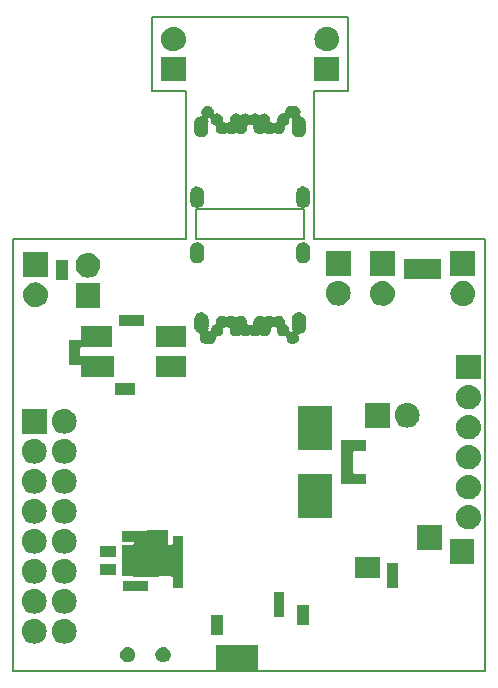
<source format=gbr>
%TF.GenerationSoftware,KiCad,Pcbnew,4.0.7*%
%TF.CreationDate,2019-02-19T19:06:54-06:00*%
%TF.ProjectId,GolfGloveMainBoardV1.0.0,476F6C66476C6F76654D61696E426F61,rev?*%
%TF.FileFunction,Soldermask,Bot*%
%FSLAX46Y46*%
G04 Gerber Fmt 4.6, Leading zero omitted, Abs format (unit mm)*
G04 Created by KiCad (PCBNEW 4.0.7) date 02/19/19 19:06:54*
%MOMM*%
%LPD*%
G01*
G04 APERTURE LIST*
%ADD10C,0.100000*%
%ADD11C,0.150000*%
G04 APERTURE END LIST*
D10*
D11*
X118120000Y-123130000D02*
X118120000Y-125640000D01*
X127220000Y-123130000D02*
X118120000Y-123130000D01*
X127220000Y-125640000D02*
X127220000Y-123130000D01*
X118130000Y-125640000D02*
X127220000Y-125640000D01*
X102580000Y-162200000D02*
X102570000Y-162200000D01*
X102580000Y-125640000D02*
X102580000Y-162200000D01*
X117250000Y-125640000D02*
X102580000Y-125640000D01*
X117250000Y-113080000D02*
X117250000Y-125640000D01*
X114340000Y-113080000D02*
X117250000Y-113080000D01*
X114340000Y-106880000D02*
X114340000Y-113080000D01*
X130990000Y-106880000D02*
X114340000Y-106880000D01*
X130990000Y-113080000D02*
X130990000Y-106880000D01*
X128090000Y-113080000D02*
X130990000Y-113080000D01*
X128090000Y-125650000D02*
X128090000Y-113080000D01*
X142570000Y-125650000D02*
X128090000Y-125650000D01*
X142570000Y-162200000D02*
X142570000Y-125650000D01*
X102580000Y-162200000D02*
X142570000Y-162200000D01*
D10*
G36*
X120721590Y-160028015D02*
X120755190Y-160038420D01*
X120775000Y-160040000D01*
X121698000Y-160040000D01*
X121725190Y-160048420D01*
X121745000Y-160050000D01*
X123350000Y-160050000D01*
X123350000Y-162150000D01*
X121502000Y-162150000D01*
X121474810Y-162141580D01*
X121455000Y-162140000D01*
X120652985Y-162140000D01*
X120648410Y-162136985D01*
X120614810Y-162126580D01*
X120595000Y-162125000D01*
X119750000Y-162125000D01*
X119750000Y-160025000D01*
X120717015Y-160025000D01*
X120721590Y-160028015D01*
X120721590Y-160028015D01*
G37*
G36*
X115368273Y-160180427D02*
X115493141Y-160206059D01*
X115610654Y-160255458D01*
X115716337Y-160326741D01*
X115806154Y-160417188D01*
X115876697Y-160523363D01*
X115925273Y-160641217D01*
X115949862Y-160765400D01*
X115949862Y-160765424D01*
X115950028Y-160766264D01*
X115947995Y-160911861D01*
X115947804Y-160912700D01*
X115947804Y-160912721D01*
X115919758Y-161036169D01*
X115867911Y-161152618D01*
X115794433Y-161256781D01*
X115702120Y-161344688D01*
X115594487Y-161412995D01*
X115475647Y-161459090D01*
X115350111Y-161481225D01*
X115222662Y-161478556D01*
X115098163Y-161451182D01*
X114981357Y-161400151D01*
X114876678Y-161327397D01*
X114788133Y-161235707D01*
X114719077Y-161128552D01*
X114672150Y-161010031D01*
X114649140Y-160884657D01*
X114650920Y-160757191D01*
X114677423Y-160632507D01*
X114727639Y-160515343D01*
X114799657Y-160410163D01*
X114890734Y-160320975D01*
X114997397Y-160251176D01*
X115115589Y-160203424D01*
X115240804Y-160179538D01*
X115368273Y-160180427D01*
X115368273Y-160180427D01*
G37*
G36*
X112368273Y-160180427D02*
X112493141Y-160206059D01*
X112610654Y-160255458D01*
X112716337Y-160326741D01*
X112806154Y-160417188D01*
X112876697Y-160523363D01*
X112925273Y-160641217D01*
X112949862Y-160765400D01*
X112949862Y-160765424D01*
X112950028Y-160766264D01*
X112947995Y-160911861D01*
X112947804Y-160912700D01*
X112947804Y-160912721D01*
X112919758Y-161036169D01*
X112867911Y-161152618D01*
X112794433Y-161256781D01*
X112702120Y-161344688D01*
X112594487Y-161412995D01*
X112475647Y-161459090D01*
X112350111Y-161481225D01*
X112222662Y-161478556D01*
X112098163Y-161451182D01*
X111981357Y-161400151D01*
X111876678Y-161327397D01*
X111788133Y-161235707D01*
X111719077Y-161128552D01*
X111672150Y-161010031D01*
X111649140Y-160884657D01*
X111650920Y-160757191D01*
X111677423Y-160632507D01*
X111727639Y-160515343D01*
X111799657Y-160410163D01*
X111890734Y-160320975D01*
X111997397Y-160251176D01*
X112115589Y-160203424D01*
X112240804Y-160179538D01*
X112368273Y-160180427D01*
X112368273Y-160180427D01*
G37*
G36*
X106944666Y-157810066D02*
X106944673Y-157810067D01*
X106949741Y-157810102D01*
X107153388Y-157832945D01*
X107348720Y-157894908D01*
X107528296Y-157993631D01*
X107685277Y-158125353D01*
X107813684Y-158285059D01*
X107908624Y-158466663D01*
X107966483Y-158663250D01*
X107966491Y-158663334D01*
X107966498Y-158663359D01*
X107985060Y-158867330D01*
X107963652Y-159071009D01*
X107963646Y-159071029D01*
X107963635Y-159071132D01*
X107903037Y-159266891D01*
X107805570Y-159447153D01*
X107674947Y-159605049D01*
X107516142Y-159734567D01*
X107335205Y-159830773D01*
X107139027Y-159890003D01*
X106935081Y-159910000D01*
X106924763Y-159910000D01*
X106915334Y-159909934D01*
X106915327Y-159909933D01*
X106910259Y-159909898D01*
X106706612Y-159887055D01*
X106511280Y-159825092D01*
X106331704Y-159726369D01*
X106174723Y-159594647D01*
X106046316Y-159434941D01*
X105951376Y-159253337D01*
X105893517Y-159056750D01*
X105893509Y-159056666D01*
X105893502Y-159056641D01*
X105874940Y-158852670D01*
X105896348Y-158648991D01*
X105896354Y-158648971D01*
X105896365Y-158648868D01*
X105956963Y-158453109D01*
X106054430Y-158272847D01*
X106185053Y-158114951D01*
X106343858Y-157985433D01*
X106524795Y-157889227D01*
X106720973Y-157829997D01*
X106924919Y-157810000D01*
X106935237Y-157810000D01*
X106944666Y-157810066D01*
X106944666Y-157810066D01*
G37*
G36*
X104404666Y-157810066D02*
X104404673Y-157810067D01*
X104409741Y-157810102D01*
X104613388Y-157832945D01*
X104808720Y-157894908D01*
X104988296Y-157993631D01*
X105145277Y-158125353D01*
X105273684Y-158285059D01*
X105368624Y-158466663D01*
X105426483Y-158663250D01*
X105426491Y-158663334D01*
X105426498Y-158663359D01*
X105445060Y-158867330D01*
X105423652Y-159071009D01*
X105423646Y-159071029D01*
X105423635Y-159071132D01*
X105363037Y-159266891D01*
X105265570Y-159447153D01*
X105134947Y-159605049D01*
X104976142Y-159734567D01*
X104795205Y-159830773D01*
X104599027Y-159890003D01*
X104395081Y-159910000D01*
X104384763Y-159910000D01*
X104375334Y-159909934D01*
X104375327Y-159909933D01*
X104370259Y-159909898D01*
X104166612Y-159887055D01*
X103971280Y-159825092D01*
X103791704Y-159726369D01*
X103634723Y-159594647D01*
X103506316Y-159434941D01*
X103411376Y-159253337D01*
X103353517Y-159056750D01*
X103353509Y-159056666D01*
X103353502Y-159056641D01*
X103334940Y-158852670D01*
X103356348Y-158648991D01*
X103356354Y-158648971D01*
X103356365Y-158648868D01*
X103416963Y-158453109D01*
X103514430Y-158272847D01*
X103645053Y-158114951D01*
X103803858Y-157985433D01*
X103984795Y-157889227D01*
X104180973Y-157829997D01*
X104384919Y-157810000D01*
X104395237Y-157810000D01*
X104404666Y-157810066D01*
X104404666Y-157810066D01*
G37*
G36*
X120375000Y-159175000D02*
X119375000Y-159175000D01*
X119375000Y-157475000D01*
X120375000Y-157475000D01*
X120375000Y-159175000D01*
X120375000Y-159175000D01*
G37*
G36*
X127675000Y-158300000D02*
X126675000Y-158300000D01*
X126675000Y-156600000D01*
X127675000Y-156600000D01*
X127675000Y-158300000D01*
X127675000Y-158300000D01*
G37*
G36*
X125575000Y-157625000D02*
X124675000Y-157625000D01*
X124675000Y-155525000D01*
X125575000Y-155525000D01*
X125575000Y-157625000D01*
X125575000Y-157625000D01*
G37*
G36*
X106944666Y-155270066D02*
X106944673Y-155270067D01*
X106949741Y-155270102D01*
X107153388Y-155292945D01*
X107348720Y-155354908D01*
X107528296Y-155453631D01*
X107685277Y-155585353D01*
X107813684Y-155745059D01*
X107908624Y-155926663D01*
X107966483Y-156123250D01*
X107966491Y-156123334D01*
X107966498Y-156123359D01*
X107985060Y-156327330D01*
X107963652Y-156531009D01*
X107963646Y-156531029D01*
X107963635Y-156531132D01*
X107903037Y-156726891D01*
X107805570Y-156907153D01*
X107674947Y-157065049D01*
X107516142Y-157194567D01*
X107335205Y-157290773D01*
X107139027Y-157350003D01*
X106935081Y-157370000D01*
X106924763Y-157370000D01*
X106915334Y-157369934D01*
X106915327Y-157369933D01*
X106910259Y-157369898D01*
X106706612Y-157347055D01*
X106511280Y-157285092D01*
X106331704Y-157186369D01*
X106174723Y-157054647D01*
X106046316Y-156894941D01*
X105951376Y-156713337D01*
X105893517Y-156516750D01*
X105893509Y-156516666D01*
X105893502Y-156516641D01*
X105874940Y-156312670D01*
X105896348Y-156108991D01*
X105896354Y-156108971D01*
X105896365Y-156108868D01*
X105956963Y-155913109D01*
X106054430Y-155732847D01*
X106185053Y-155574951D01*
X106343858Y-155445433D01*
X106524795Y-155349227D01*
X106720973Y-155289997D01*
X106924919Y-155270000D01*
X106935237Y-155270000D01*
X106944666Y-155270066D01*
X106944666Y-155270066D01*
G37*
G36*
X104404666Y-155270066D02*
X104404673Y-155270067D01*
X104409741Y-155270102D01*
X104613388Y-155292945D01*
X104808720Y-155354908D01*
X104988296Y-155453631D01*
X105145277Y-155585353D01*
X105273684Y-155745059D01*
X105368624Y-155926663D01*
X105426483Y-156123250D01*
X105426491Y-156123334D01*
X105426498Y-156123359D01*
X105445060Y-156327330D01*
X105423652Y-156531009D01*
X105423646Y-156531029D01*
X105423635Y-156531132D01*
X105363037Y-156726891D01*
X105265570Y-156907153D01*
X105134947Y-157065049D01*
X104976142Y-157194567D01*
X104795205Y-157290773D01*
X104599027Y-157350003D01*
X104395081Y-157370000D01*
X104384763Y-157370000D01*
X104375334Y-157369934D01*
X104375327Y-157369933D01*
X104370259Y-157369898D01*
X104166612Y-157347055D01*
X103971280Y-157285092D01*
X103791704Y-157186369D01*
X103634723Y-157054647D01*
X103506316Y-156894941D01*
X103411376Y-156713337D01*
X103353517Y-156516750D01*
X103353509Y-156516666D01*
X103353502Y-156516641D01*
X103334940Y-156312670D01*
X103356348Y-156108991D01*
X103356354Y-156108971D01*
X103356365Y-156108868D01*
X103416963Y-155913109D01*
X103514430Y-155732847D01*
X103645053Y-155574951D01*
X103803858Y-155445433D01*
X103984795Y-155349227D01*
X104180973Y-155289997D01*
X104384919Y-155270000D01*
X104395237Y-155270000D01*
X104404666Y-155270066D01*
X104404666Y-155270066D01*
G37*
G36*
X113990000Y-155470000D02*
X111890000Y-155470000D01*
X111890000Y-154570000D01*
X113990000Y-154570000D01*
X113990000Y-155470000D01*
X113990000Y-155470000D01*
G37*
G36*
X135175000Y-155200000D02*
X134275000Y-155200000D01*
X134275000Y-153100000D01*
X135175000Y-153100000D01*
X135175000Y-155200000D01*
X135175000Y-155200000D01*
G37*
G36*
X115690000Y-151402000D02*
X115694949Y-151436824D01*
X115709404Y-151468891D01*
X115732220Y-151495661D01*
X115761590Y-151515015D01*
X115795190Y-151525420D01*
X115815000Y-151527000D01*
X115990000Y-151527000D01*
X116024824Y-151522051D01*
X116056891Y-151507596D01*
X116083661Y-151484780D01*
X116103015Y-151455410D01*
X116113420Y-151421810D01*
X116115000Y-151402000D01*
X116115000Y-150770000D01*
X117015000Y-150770000D01*
X117015000Y-155195000D01*
X116115000Y-155195000D01*
X116115000Y-154338000D01*
X116110051Y-154303176D01*
X116095596Y-154271109D01*
X116072780Y-154244339D01*
X116043410Y-154224985D01*
X116009810Y-154214580D01*
X115990000Y-154213000D01*
X115015500Y-154213000D01*
X114980676Y-154217949D01*
X114948609Y-154232404D01*
X114921839Y-154255220D01*
X114916185Y-154263800D01*
X112813867Y-154263800D01*
X112797280Y-154244339D01*
X112767910Y-154224985D01*
X112734310Y-154214580D01*
X112714500Y-154213000D01*
X111785400Y-154213000D01*
X111785400Y-151527000D01*
X112714500Y-151527000D01*
X112749324Y-151522051D01*
X112781391Y-151507596D01*
X112808161Y-151484780D01*
X112827515Y-151455410D01*
X112837920Y-151421810D01*
X112839500Y-151402000D01*
X112839500Y-151395000D01*
X112834551Y-151360176D01*
X112820096Y-151328109D01*
X112797280Y-151301339D01*
X112767910Y-151281985D01*
X112734310Y-151271580D01*
X112714500Y-151270000D01*
X111815000Y-151270000D01*
X111815000Y-150370000D01*
X113865000Y-150370000D01*
X113899824Y-150365051D01*
X113931891Y-150350596D01*
X113958661Y-150327780D01*
X113978015Y-150298410D01*
X113979071Y-150295000D01*
X115690000Y-150295000D01*
X115690000Y-151402000D01*
X115690000Y-151402000D01*
G37*
G36*
X104404666Y-152730066D02*
X104404673Y-152730067D01*
X104409741Y-152730102D01*
X104613388Y-152752945D01*
X104808720Y-152814908D01*
X104988296Y-152913631D01*
X105145277Y-153045353D01*
X105273684Y-153205059D01*
X105368624Y-153386663D01*
X105426483Y-153583250D01*
X105426491Y-153583334D01*
X105426498Y-153583359D01*
X105445060Y-153787330D01*
X105423652Y-153991009D01*
X105423646Y-153991029D01*
X105423635Y-153991132D01*
X105363037Y-154186891D01*
X105265570Y-154367153D01*
X105134947Y-154525049D01*
X104976142Y-154654567D01*
X104795205Y-154750773D01*
X104599027Y-154810003D01*
X104395081Y-154830000D01*
X104384763Y-154830000D01*
X104375334Y-154829934D01*
X104375327Y-154829933D01*
X104370259Y-154829898D01*
X104166612Y-154807055D01*
X103971280Y-154745092D01*
X103791704Y-154646369D01*
X103634723Y-154514647D01*
X103506316Y-154354941D01*
X103411376Y-154173337D01*
X103353517Y-153976750D01*
X103353509Y-153976666D01*
X103353502Y-153976641D01*
X103334940Y-153772670D01*
X103356348Y-153568991D01*
X103356354Y-153568971D01*
X103356365Y-153568868D01*
X103416963Y-153373109D01*
X103514430Y-153192847D01*
X103645053Y-153034951D01*
X103803858Y-152905433D01*
X103984795Y-152809227D01*
X104180973Y-152749997D01*
X104384919Y-152730000D01*
X104395237Y-152730000D01*
X104404666Y-152730066D01*
X104404666Y-152730066D01*
G37*
G36*
X106944666Y-152730066D02*
X106944673Y-152730067D01*
X106949741Y-152730102D01*
X107153388Y-152752945D01*
X107348720Y-152814908D01*
X107528296Y-152913631D01*
X107685277Y-153045353D01*
X107813684Y-153205059D01*
X107908624Y-153386663D01*
X107966483Y-153583250D01*
X107966491Y-153583334D01*
X107966498Y-153583359D01*
X107985060Y-153787330D01*
X107963652Y-153991009D01*
X107963646Y-153991029D01*
X107963635Y-153991132D01*
X107903037Y-154186891D01*
X107805570Y-154367153D01*
X107674947Y-154525049D01*
X107516142Y-154654567D01*
X107335205Y-154750773D01*
X107139027Y-154810003D01*
X106935081Y-154830000D01*
X106924763Y-154830000D01*
X106915334Y-154829934D01*
X106915327Y-154829933D01*
X106910259Y-154829898D01*
X106706612Y-154807055D01*
X106511280Y-154745092D01*
X106331704Y-154646369D01*
X106174723Y-154514647D01*
X106046316Y-154354941D01*
X105951376Y-154173337D01*
X105893517Y-153976750D01*
X105893509Y-153976666D01*
X105893502Y-153976641D01*
X105874940Y-153772670D01*
X105896348Y-153568991D01*
X105896354Y-153568971D01*
X105896365Y-153568868D01*
X105956963Y-153373109D01*
X106054430Y-153192847D01*
X106185053Y-153034951D01*
X106343858Y-152905433D01*
X106524795Y-152809227D01*
X106720973Y-152749997D01*
X106924919Y-152730000D01*
X106935237Y-152730000D01*
X106944666Y-152730066D01*
X106944666Y-152730066D01*
G37*
G36*
X133660000Y-153509427D02*
X133651985Y-153521590D01*
X133641580Y-153555190D01*
X133640000Y-153575000D01*
X133640000Y-154380000D01*
X131540000Y-154380000D01*
X131540000Y-153420573D01*
X131548015Y-153408410D01*
X131558420Y-153374810D01*
X131560000Y-153355000D01*
X131560000Y-152550000D01*
X133660000Y-152550000D01*
X133660000Y-153509427D01*
X133660000Y-153509427D01*
G37*
G36*
X111290000Y-154070000D02*
X109990000Y-154070000D01*
X109990000Y-153170000D01*
X111290000Y-153170000D01*
X111290000Y-154070000D01*
X111290000Y-154070000D01*
G37*
G36*
X141650000Y-153170000D02*
X139550000Y-153170000D01*
X139550000Y-151070000D01*
X141650000Y-151070000D01*
X141650000Y-153170000D01*
X141650000Y-153170000D01*
G37*
G36*
X111290000Y-152570000D02*
X109990000Y-152570000D01*
X109990000Y-151670000D01*
X111290000Y-151670000D01*
X111290000Y-152570000D01*
X111290000Y-152570000D01*
G37*
G36*
X106944666Y-150190066D02*
X106944673Y-150190067D01*
X106949741Y-150190102D01*
X107153388Y-150212945D01*
X107348720Y-150274908D01*
X107528296Y-150373631D01*
X107685277Y-150505353D01*
X107813684Y-150665059D01*
X107908624Y-150846663D01*
X107966483Y-151043250D01*
X107966491Y-151043334D01*
X107966498Y-151043359D01*
X107985060Y-151247330D01*
X107963652Y-151451009D01*
X107963646Y-151451029D01*
X107963635Y-151451132D01*
X107903037Y-151646891D01*
X107805570Y-151827153D01*
X107674947Y-151985049D01*
X107516142Y-152114567D01*
X107335205Y-152210773D01*
X107139027Y-152270003D01*
X106935081Y-152290000D01*
X106924763Y-152290000D01*
X106915334Y-152289934D01*
X106915327Y-152289933D01*
X106910259Y-152289898D01*
X106706612Y-152267055D01*
X106511280Y-152205092D01*
X106331704Y-152106369D01*
X106174723Y-151974647D01*
X106046316Y-151814941D01*
X105951376Y-151633337D01*
X105893517Y-151436750D01*
X105893509Y-151436666D01*
X105893502Y-151436641D01*
X105874940Y-151232670D01*
X105896348Y-151028991D01*
X105896354Y-151028971D01*
X105896365Y-151028868D01*
X105956963Y-150833109D01*
X106054430Y-150652847D01*
X106185053Y-150494951D01*
X106343858Y-150365433D01*
X106524795Y-150269227D01*
X106720973Y-150209997D01*
X106924919Y-150190000D01*
X106935237Y-150190000D01*
X106944666Y-150190066D01*
X106944666Y-150190066D01*
G37*
G36*
X104404666Y-150190066D02*
X104404673Y-150190067D01*
X104409741Y-150190102D01*
X104613388Y-150212945D01*
X104808720Y-150274908D01*
X104988296Y-150373631D01*
X105145277Y-150505353D01*
X105273684Y-150665059D01*
X105368624Y-150846663D01*
X105426483Y-151043250D01*
X105426491Y-151043334D01*
X105426498Y-151043359D01*
X105445060Y-151247330D01*
X105423652Y-151451009D01*
X105423646Y-151451029D01*
X105423635Y-151451132D01*
X105363037Y-151646891D01*
X105265570Y-151827153D01*
X105134947Y-151985049D01*
X104976142Y-152114567D01*
X104795205Y-152210773D01*
X104599027Y-152270003D01*
X104395081Y-152290000D01*
X104384763Y-152290000D01*
X104375334Y-152289934D01*
X104375327Y-152289933D01*
X104370259Y-152289898D01*
X104166612Y-152267055D01*
X103971280Y-152205092D01*
X103791704Y-152106369D01*
X103634723Y-151974647D01*
X103506316Y-151814941D01*
X103411376Y-151633337D01*
X103353517Y-151436750D01*
X103353509Y-151436666D01*
X103353502Y-151436641D01*
X103334940Y-151232670D01*
X103356348Y-151028991D01*
X103356354Y-151028971D01*
X103356365Y-151028868D01*
X103416963Y-150833109D01*
X103514430Y-150652847D01*
X103645053Y-150494951D01*
X103803858Y-150365433D01*
X103984795Y-150269227D01*
X104180973Y-150209997D01*
X104384919Y-150190000D01*
X104395237Y-150190000D01*
X104404666Y-150190066D01*
X104404666Y-150190066D01*
G37*
G36*
X138900000Y-151940000D02*
X136800000Y-151940000D01*
X136800000Y-149840000D01*
X138900000Y-149840000D01*
X138900000Y-151940000D01*
X138900000Y-151940000D01*
G37*
G36*
X141154666Y-148140066D02*
X141154673Y-148140067D01*
X141159741Y-148140102D01*
X141363388Y-148162945D01*
X141558720Y-148224908D01*
X141738296Y-148323631D01*
X141895277Y-148455353D01*
X142023684Y-148615059D01*
X142118624Y-148796663D01*
X142176483Y-148993250D01*
X142176491Y-148993334D01*
X142176498Y-148993359D01*
X142195060Y-149197330D01*
X142173652Y-149401009D01*
X142173646Y-149401029D01*
X142173635Y-149401132D01*
X142113037Y-149596891D01*
X142015570Y-149777153D01*
X141884947Y-149935049D01*
X141726142Y-150064567D01*
X141545205Y-150160773D01*
X141349027Y-150220003D01*
X141145081Y-150240000D01*
X141134763Y-150240000D01*
X141125334Y-150239934D01*
X141125327Y-150239933D01*
X141120259Y-150239898D01*
X140916612Y-150217055D01*
X140721280Y-150155092D01*
X140541704Y-150056369D01*
X140384723Y-149924647D01*
X140256316Y-149764941D01*
X140161376Y-149583337D01*
X140103517Y-149386750D01*
X140103509Y-149386666D01*
X140103502Y-149386641D01*
X140084940Y-149182670D01*
X140106348Y-148978991D01*
X140106354Y-148978971D01*
X140106365Y-148978868D01*
X140166963Y-148783109D01*
X140264430Y-148602847D01*
X140395053Y-148444951D01*
X140553858Y-148315433D01*
X140734795Y-148219227D01*
X140930973Y-148159997D01*
X141134919Y-148140000D01*
X141145237Y-148140000D01*
X141154666Y-148140066D01*
X141154666Y-148140066D01*
G37*
G36*
X104404666Y-147650066D02*
X104404673Y-147650067D01*
X104409741Y-147650102D01*
X104613388Y-147672945D01*
X104808720Y-147734908D01*
X104988296Y-147833631D01*
X105145277Y-147965353D01*
X105273684Y-148125059D01*
X105368624Y-148306663D01*
X105426483Y-148503250D01*
X105426491Y-148503334D01*
X105426498Y-148503359D01*
X105445060Y-148707330D01*
X105423652Y-148911009D01*
X105423646Y-148911029D01*
X105423635Y-148911132D01*
X105363037Y-149106891D01*
X105265570Y-149287153D01*
X105134947Y-149445049D01*
X104976142Y-149574567D01*
X104795205Y-149670773D01*
X104599027Y-149730003D01*
X104395081Y-149750000D01*
X104384763Y-149750000D01*
X104375334Y-149749934D01*
X104375327Y-149749933D01*
X104370259Y-149749898D01*
X104166612Y-149727055D01*
X103971280Y-149665092D01*
X103791704Y-149566369D01*
X103634723Y-149434647D01*
X103506316Y-149274941D01*
X103411376Y-149093337D01*
X103353517Y-148896750D01*
X103353509Y-148896666D01*
X103353502Y-148896641D01*
X103334940Y-148692670D01*
X103356348Y-148488991D01*
X103356354Y-148488971D01*
X103356365Y-148488868D01*
X103416963Y-148293109D01*
X103514430Y-148112847D01*
X103645053Y-147954951D01*
X103803858Y-147825433D01*
X103984795Y-147729227D01*
X104180973Y-147669997D01*
X104384919Y-147650000D01*
X104395237Y-147650000D01*
X104404666Y-147650066D01*
X104404666Y-147650066D01*
G37*
G36*
X106944666Y-147650066D02*
X106944673Y-147650067D01*
X106949741Y-147650102D01*
X107153388Y-147672945D01*
X107348720Y-147734908D01*
X107528296Y-147833631D01*
X107685277Y-147965353D01*
X107813684Y-148125059D01*
X107908624Y-148306663D01*
X107966483Y-148503250D01*
X107966491Y-148503334D01*
X107966498Y-148503359D01*
X107985060Y-148707330D01*
X107963652Y-148911009D01*
X107963646Y-148911029D01*
X107963635Y-148911132D01*
X107903037Y-149106891D01*
X107805570Y-149287153D01*
X107674947Y-149445049D01*
X107516142Y-149574567D01*
X107335205Y-149670773D01*
X107139027Y-149730003D01*
X106935081Y-149750000D01*
X106924763Y-149750000D01*
X106915334Y-149749934D01*
X106915327Y-149749933D01*
X106910259Y-149749898D01*
X106706612Y-149727055D01*
X106511280Y-149665092D01*
X106331704Y-149566369D01*
X106174723Y-149434647D01*
X106046316Y-149274941D01*
X105951376Y-149093337D01*
X105893517Y-148896750D01*
X105893509Y-148896666D01*
X105893502Y-148896641D01*
X105874940Y-148692670D01*
X105896348Y-148488991D01*
X105896354Y-148488971D01*
X105896365Y-148488868D01*
X105956963Y-148293109D01*
X106054430Y-148112847D01*
X106185053Y-147954951D01*
X106343858Y-147825433D01*
X106524795Y-147729227D01*
X106720973Y-147669997D01*
X106924919Y-147650000D01*
X106935237Y-147650000D01*
X106944666Y-147650066D01*
X106944666Y-147650066D01*
G37*
G36*
X129640000Y-149305000D02*
X126740000Y-149305000D01*
X126740000Y-145580000D01*
X129640000Y-145580000D01*
X129640000Y-149305000D01*
X129640000Y-149305000D01*
G37*
G36*
X141154666Y-145600066D02*
X141154673Y-145600067D01*
X141159741Y-145600102D01*
X141363388Y-145622945D01*
X141558720Y-145684908D01*
X141738296Y-145783631D01*
X141895277Y-145915353D01*
X142023684Y-146075059D01*
X142118624Y-146256663D01*
X142176483Y-146453250D01*
X142176491Y-146453334D01*
X142176498Y-146453359D01*
X142195060Y-146657330D01*
X142173652Y-146861009D01*
X142173646Y-146861029D01*
X142173635Y-146861132D01*
X142113037Y-147056891D01*
X142015570Y-147237153D01*
X141884947Y-147395049D01*
X141726142Y-147524567D01*
X141545205Y-147620773D01*
X141349027Y-147680003D01*
X141145081Y-147700000D01*
X141134763Y-147700000D01*
X141125334Y-147699934D01*
X141125327Y-147699933D01*
X141120259Y-147699898D01*
X140916612Y-147677055D01*
X140721280Y-147615092D01*
X140541704Y-147516369D01*
X140384723Y-147384647D01*
X140256316Y-147224941D01*
X140161376Y-147043337D01*
X140103517Y-146846750D01*
X140103509Y-146846666D01*
X140103502Y-146846641D01*
X140084940Y-146642670D01*
X140106348Y-146438991D01*
X140106354Y-146438971D01*
X140106365Y-146438868D01*
X140166963Y-146243109D01*
X140264430Y-146062847D01*
X140395053Y-145904951D01*
X140553858Y-145775433D01*
X140734795Y-145679227D01*
X140930973Y-145619997D01*
X141134919Y-145600000D01*
X141145237Y-145600000D01*
X141154666Y-145600066D01*
X141154666Y-145600066D01*
G37*
G36*
X106944666Y-145110066D02*
X106944673Y-145110067D01*
X106949741Y-145110102D01*
X107153388Y-145132945D01*
X107348720Y-145194908D01*
X107528296Y-145293631D01*
X107685277Y-145425353D01*
X107813684Y-145585059D01*
X107908624Y-145766663D01*
X107966483Y-145963250D01*
X107966491Y-145963334D01*
X107966498Y-145963359D01*
X107985060Y-146167330D01*
X107963652Y-146371009D01*
X107963646Y-146371029D01*
X107963635Y-146371132D01*
X107903037Y-146566891D01*
X107805570Y-146747153D01*
X107674947Y-146905049D01*
X107516142Y-147034567D01*
X107335205Y-147130773D01*
X107139027Y-147190003D01*
X106935081Y-147210000D01*
X106924763Y-147210000D01*
X106915334Y-147209934D01*
X106915327Y-147209933D01*
X106910259Y-147209898D01*
X106706612Y-147187055D01*
X106511280Y-147125092D01*
X106331704Y-147026369D01*
X106174723Y-146894647D01*
X106046316Y-146734941D01*
X105951376Y-146553337D01*
X105893517Y-146356750D01*
X105893509Y-146356666D01*
X105893502Y-146356641D01*
X105874940Y-146152670D01*
X105896348Y-145948991D01*
X105896354Y-145948971D01*
X105896365Y-145948868D01*
X105956963Y-145753109D01*
X106054430Y-145572847D01*
X106185053Y-145414951D01*
X106343858Y-145285433D01*
X106524795Y-145189227D01*
X106720973Y-145129997D01*
X106924919Y-145110000D01*
X106935237Y-145110000D01*
X106944666Y-145110066D01*
X106944666Y-145110066D01*
G37*
G36*
X104404666Y-145110066D02*
X104404673Y-145110067D01*
X104409741Y-145110102D01*
X104613388Y-145132945D01*
X104808720Y-145194908D01*
X104988296Y-145293631D01*
X105145277Y-145425353D01*
X105273684Y-145585059D01*
X105368624Y-145766663D01*
X105426483Y-145963250D01*
X105426491Y-145963334D01*
X105426498Y-145963359D01*
X105445060Y-146167330D01*
X105423652Y-146371009D01*
X105423646Y-146371029D01*
X105423635Y-146371132D01*
X105363037Y-146566891D01*
X105265570Y-146747153D01*
X105134947Y-146905049D01*
X104976142Y-147034567D01*
X104795205Y-147130773D01*
X104599027Y-147190003D01*
X104395081Y-147210000D01*
X104384763Y-147210000D01*
X104375334Y-147209934D01*
X104375327Y-147209933D01*
X104370259Y-147209898D01*
X104166612Y-147187055D01*
X103971280Y-147125092D01*
X103791704Y-147026369D01*
X103634723Y-146894647D01*
X103506316Y-146734941D01*
X103411376Y-146553337D01*
X103353517Y-146356750D01*
X103353509Y-146356666D01*
X103353502Y-146356641D01*
X103334940Y-146152670D01*
X103356348Y-145948991D01*
X103356354Y-145948971D01*
X103356365Y-145948868D01*
X103416963Y-145753109D01*
X103514430Y-145572847D01*
X103645053Y-145414951D01*
X103803858Y-145285433D01*
X103984795Y-145189227D01*
X104180973Y-145129997D01*
X104384919Y-145110000D01*
X104395237Y-145110000D01*
X104404666Y-145110066D01*
X104404666Y-145110066D01*
G37*
G36*
X132490000Y-143580000D02*
X131515000Y-143580000D01*
X131480176Y-143584949D01*
X131448109Y-143599404D01*
X131421339Y-143622220D01*
X131401985Y-143651590D01*
X131391580Y-143685190D01*
X131390000Y-143705000D01*
X131390000Y-145405000D01*
X131394949Y-145439824D01*
X131409404Y-145471891D01*
X131432220Y-145498661D01*
X131461590Y-145518015D01*
X131495190Y-145528420D01*
X131515000Y-145530000D01*
X132490000Y-145530000D01*
X132490000Y-146430000D01*
X130390000Y-146430000D01*
X130390000Y-142680000D01*
X132490000Y-142680000D01*
X132490000Y-143580000D01*
X132490000Y-143580000D01*
G37*
G36*
X141154666Y-143060066D02*
X141154673Y-143060067D01*
X141159741Y-143060102D01*
X141363388Y-143082945D01*
X141558720Y-143144908D01*
X141738296Y-143243631D01*
X141895277Y-143375353D01*
X142023684Y-143535059D01*
X142118624Y-143716663D01*
X142176483Y-143913250D01*
X142176491Y-143913334D01*
X142176498Y-143913359D01*
X142195060Y-144117330D01*
X142173652Y-144321009D01*
X142173646Y-144321029D01*
X142173635Y-144321132D01*
X142113037Y-144516891D01*
X142015570Y-144697153D01*
X141884947Y-144855049D01*
X141726142Y-144984567D01*
X141545205Y-145080773D01*
X141349027Y-145140003D01*
X141145081Y-145160000D01*
X141134763Y-145160000D01*
X141125334Y-145159934D01*
X141125327Y-145159933D01*
X141120259Y-145159898D01*
X140916612Y-145137055D01*
X140721280Y-145075092D01*
X140541704Y-144976369D01*
X140384723Y-144844647D01*
X140256316Y-144684941D01*
X140161376Y-144503337D01*
X140103517Y-144306750D01*
X140103509Y-144306666D01*
X140103502Y-144306641D01*
X140084940Y-144102670D01*
X140106348Y-143898991D01*
X140106354Y-143898971D01*
X140106365Y-143898868D01*
X140166963Y-143703109D01*
X140264430Y-143522847D01*
X140395053Y-143364951D01*
X140553858Y-143235433D01*
X140734795Y-143139227D01*
X140930973Y-143079997D01*
X141134919Y-143060000D01*
X141145237Y-143060000D01*
X141154666Y-143060066D01*
X141154666Y-143060066D01*
G37*
G36*
X106944666Y-142570066D02*
X106944673Y-142570067D01*
X106949741Y-142570102D01*
X107153388Y-142592945D01*
X107348720Y-142654908D01*
X107528296Y-142753631D01*
X107685277Y-142885353D01*
X107813684Y-143045059D01*
X107908624Y-143226663D01*
X107966483Y-143423250D01*
X107966491Y-143423334D01*
X107966498Y-143423359D01*
X107985060Y-143627330D01*
X107963652Y-143831009D01*
X107963646Y-143831029D01*
X107963635Y-143831132D01*
X107903037Y-144026891D01*
X107805570Y-144207153D01*
X107674947Y-144365049D01*
X107516142Y-144494567D01*
X107335205Y-144590773D01*
X107139027Y-144650003D01*
X106935081Y-144670000D01*
X106924763Y-144670000D01*
X106915334Y-144669934D01*
X106915327Y-144669933D01*
X106910259Y-144669898D01*
X106706612Y-144647055D01*
X106511280Y-144585092D01*
X106331704Y-144486369D01*
X106174723Y-144354647D01*
X106046316Y-144194941D01*
X105951376Y-144013337D01*
X105893517Y-143816750D01*
X105893509Y-143816666D01*
X105893502Y-143816641D01*
X105874940Y-143612670D01*
X105896348Y-143408991D01*
X105896354Y-143408971D01*
X105896365Y-143408868D01*
X105956963Y-143213109D01*
X106054430Y-143032847D01*
X106185053Y-142874951D01*
X106343858Y-142745433D01*
X106524795Y-142649227D01*
X106720973Y-142589997D01*
X106924919Y-142570000D01*
X106935237Y-142570000D01*
X106944666Y-142570066D01*
X106944666Y-142570066D01*
G37*
G36*
X104404666Y-142570066D02*
X104404673Y-142570067D01*
X104409741Y-142570102D01*
X104613388Y-142592945D01*
X104808720Y-142654908D01*
X104988296Y-142753631D01*
X105145277Y-142885353D01*
X105273684Y-143045059D01*
X105368624Y-143226663D01*
X105426483Y-143423250D01*
X105426491Y-143423334D01*
X105426498Y-143423359D01*
X105445060Y-143627330D01*
X105423652Y-143831009D01*
X105423646Y-143831029D01*
X105423635Y-143831132D01*
X105363037Y-144026891D01*
X105265570Y-144207153D01*
X105134947Y-144365049D01*
X104976142Y-144494567D01*
X104795205Y-144590773D01*
X104599027Y-144650003D01*
X104395081Y-144670000D01*
X104384763Y-144670000D01*
X104375334Y-144669934D01*
X104375327Y-144669933D01*
X104370259Y-144669898D01*
X104166612Y-144647055D01*
X103971280Y-144585092D01*
X103791704Y-144486369D01*
X103634723Y-144354647D01*
X103506316Y-144194941D01*
X103411376Y-144013337D01*
X103353517Y-143816750D01*
X103353509Y-143816666D01*
X103353502Y-143816641D01*
X103334940Y-143612670D01*
X103356348Y-143408991D01*
X103356354Y-143408971D01*
X103356365Y-143408868D01*
X103416963Y-143213109D01*
X103514430Y-143032847D01*
X103645053Y-142874951D01*
X103803858Y-142745433D01*
X103984795Y-142649227D01*
X104180973Y-142589997D01*
X104384919Y-142570000D01*
X104395237Y-142570000D01*
X104404666Y-142570066D01*
X104404666Y-142570066D01*
G37*
G36*
X129640000Y-143480000D02*
X126740000Y-143480000D01*
X126740000Y-139755000D01*
X129640000Y-139755000D01*
X129640000Y-143480000D01*
X129640000Y-143480000D01*
G37*
G36*
X141154666Y-140520066D02*
X141154673Y-140520067D01*
X141159741Y-140520102D01*
X141363388Y-140542945D01*
X141558720Y-140604908D01*
X141738296Y-140703631D01*
X141895277Y-140835353D01*
X142023684Y-140995059D01*
X142118624Y-141176663D01*
X142176483Y-141373250D01*
X142176491Y-141373334D01*
X142176498Y-141373359D01*
X142195060Y-141577330D01*
X142173652Y-141781009D01*
X142173646Y-141781029D01*
X142173635Y-141781132D01*
X142113037Y-141976891D01*
X142015570Y-142157153D01*
X141884947Y-142315049D01*
X141726142Y-142444567D01*
X141545205Y-142540773D01*
X141349027Y-142600003D01*
X141145081Y-142620000D01*
X141134763Y-142620000D01*
X141125334Y-142619934D01*
X141125327Y-142619933D01*
X141120259Y-142619898D01*
X140916612Y-142597055D01*
X140721280Y-142535092D01*
X140541704Y-142436369D01*
X140384723Y-142304647D01*
X140256316Y-142144941D01*
X140161376Y-141963337D01*
X140103517Y-141766750D01*
X140103509Y-141766666D01*
X140103502Y-141766641D01*
X140084940Y-141562670D01*
X140106348Y-141358991D01*
X140106354Y-141358971D01*
X140106365Y-141358868D01*
X140166963Y-141163109D01*
X140264430Y-140982847D01*
X140395053Y-140824951D01*
X140553858Y-140695433D01*
X140734795Y-140599227D01*
X140930973Y-140539997D01*
X141134919Y-140520000D01*
X141145237Y-140520000D01*
X141154666Y-140520066D01*
X141154666Y-140520066D01*
G37*
G36*
X106944666Y-140030066D02*
X106944673Y-140030067D01*
X106949741Y-140030102D01*
X107153388Y-140052945D01*
X107348720Y-140114908D01*
X107528296Y-140213631D01*
X107685277Y-140345353D01*
X107813684Y-140505059D01*
X107908624Y-140686663D01*
X107966483Y-140883250D01*
X107966491Y-140883334D01*
X107966498Y-140883359D01*
X107985060Y-141087330D01*
X107963652Y-141291009D01*
X107963646Y-141291029D01*
X107963635Y-141291132D01*
X107903037Y-141486891D01*
X107805570Y-141667153D01*
X107674947Y-141825049D01*
X107516142Y-141954567D01*
X107335205Y-142050773D01*
X107139027Y-142110003D01*
X106935081Y-142130000D01*
X106924763Y-142130000D01*
X106915334Y-142129934D01*
X106915327Y-142129933D01*
X106910259Y-142129898D01*
X106706612Y-142107055D01*
X106511280Y-142045092D01*
X106331704Y-141946369D01*
X106174723Y-141814647D01*
X106046316Y-141654941D01*
X105951376Y-141473337D01*
X105893517Y-141276750D01*
X105893509Y-141276666D01*
X105893502Y-141276641D01*
X105874940Y-141072670D01*
X105896348Y-140868991D01*
X105896354Y-140868971D01*
X105896365Y-140868868D01*
X105956963Y-140673109D01*
X106054430Y-140492847D01*
X106185053Y-140334951D01*
X106343858Y-140205433D01*
X106524795Y-140109227D01*
X106720973Y-140049997D01*
X106924919Y-140030000D01*
X106935237Y-140030000D01*
X106944666Y-140030066D01*
X106944666Y-140030066D01*
G37*
G36*
X105440000Y-142130000D02*
X103340000Y-142130000D01*
X103340000Y-140030000D01*
X105440000Y-140030000D01*
X105440000Y-142130000D01*
X105440000Y-142130000D01*
G37*
G36*
X136171009Y-139536348D02*
X136171029Y-139536354D01*
X136171132Y-139536365D01*
X136366891Y-139596963D01*
X136547153Y-139694430D01*
X136705049Y-139825053D01*
X136834567Y-139983858D01*
X136930773Y-140164795D01*
X136990003Y-140360973D01*
X137010000Y-140564919D01*
X137010000Y-140575237D01*
X137009934Y-140584666D01*
X137009933Y-140584673D01*
X137009898Y-140589741D01*
X136987055Y-140793388D01*
X136925092Y-140988720D01*
X136826369Y-141168296D01*
X136694647Y-141325277D01*
X136534941Y-141453684D01*
X136353337Y-141548624D01*
X136156750Y-141606483D01*
X136156666Y-141606491D01*
X136156641Y-141606498D01*
X135952670Y-141625060D01*
X135748991Y-141603652D01*
X135748971Y-141603646D01*
X135748868Y-141603635D01*
X135553109Y-141543037D01*
X135372847Y-141445570D01*
X135214951Y-141314947D01*
X135085433Y-141156142D01*
X134989227Y-140975205D01*
X134929997Y-140779027D01*
X134910000Y-140575081D01*
X134910000Y-140564763D01*
X134910066Y-140555334D01*
X134910067Y-140555327D01*
X134910102Y-140550259D01*
X134932945Y-140346612D01*
X134994908Y-140151280D01*
X135093631Y-139971704D01*
X135225353Y-139814723D01*
X135385059Y-139686316D01*
X135566663Y-139591376D01*
X135763250Y-139533517D01*
X135763334Y-139533509D01*
X135763359Y-139533502D01*
X135967330Y-139514940D01*
X136171009Y-139536348D01*
X136171009Y-139536348D01*
G37*
G36*
X134470000Y-141620000D02*
X132370000Y-141620000D01*
X132370000Y-139520000D01*
X134470000Y-139520000D01*
X134470000Y-141620000D01*
X134470000Y-141620000D01*
G37*
G36*
X141154666Y-137980066D02*
X141154673Y-137980067D01*
X141159741Y-137980102D01*
X141363388Y-138002945D01*
X141558720Y-138064908D01*
X141738296Y-138163631D01*
X141895277Y-138295353D01*
X142023684Y-138455059D01*
X142118624Y-138636663D01*
X142176483Y-138833250D01*
X142176491Y-138833334D01*
X142176498Y-138833359D01*
X142195060Y-139037330D01*
X142173652Y-139241009D01*
X142173646Y-139241029D01*
X142173635Y-139241132D01*
X142113037Y-139436891D01*
X142015570Y-139617153D01*
X141884947Y-139775049D01*
X141726142Y-139904567D01*
X141545205Y-140000773D01*
X141349027Y-140060003D01*
X141145081Y-140080000D01*
X141134763Y-140080000D01*
X141125334Y-140079934D01*
X141125327Y-140079933D01*
X141120259Y-140079898D01*
X140916612Y-140057055D01*
X140721280Y-139995092D01*
X140541704Y-139896369D01*
X140384723Y-139764647D01*
X140256316Y-139604941D01*
X140161376Y-139423337D01*
X140103517Y-139226750D01*
X140103509Y-139226666D01*
X140103502Y-139226641D01*
X140084940Y-139022670D01*
X140106348Y-138818991D01*
X140106354Y-138818971D01*
X140106365Y-138818868D01*
X140166963Y-138623109D01*
X140264430Y-138442847D01*
X140395053Y-138284951D01*
X140553858Y-138155433D01*
X140734795Y-138059227D01*
X140930973Y-137999997D01*
X141134919Y-137980000D01*
X141145237Y-137980000D01*
X141154666Y-137980066D01*
X141154666Y-137980066D01*
G37*
G36*
X112890000Y-138870000D02*
X111190000Y-138870000D01*
X111190000Y-137870000D01*
X112890000Y-137870000D01*
X112890000Y-138870000D01*
X112890000Y-138870000D01*
G37*
G36*
X142190000Y-137540000D02*
X140090000Y-137540000D01*
X140090000Y-135440000D01*
X142190000Y-135440000D01*
X142190000Y-137540000D01*
X142190000Y-137540000D01*
G37*
G36*
X117280000Y-137350000D02*
X114680000Y-137350000D01*
X114680000Y-135550000D01*
X117280000Y-135550000D01*
X117280000Y-137350000D01*
X117280000Y-137350000D01*
G37*
G36*
X110980000Y-134800000D02*
X108395000Y-134800000D01*
X108360176Y-134804949D01*
X108328109Y-134819404D01*
X108301339Y-134842220D01*
X108281985Y-134871590D01*
X108271580Y-134905190D01*
X108270000Y-134925000D01*
X108270000Y-135425000D01*
X108274949Y-135459824D01*
X108289404Y-135491891D01*
X108312220Y-135518661D01*
X108341590Y-135538015D01*
X108375190Y-135548420D01*
X108395000Y-135550000D01*
X111180000Y-135550000D01*
X111180000Y-137350000D01*
X108380000Y-137350000D01*
X108380000Y-136445000D01*
X108375051Y-136410176D01*
X108360596Y-136378109D01*
X108337780Y-136351339D01*
X108308410Y-136331985D01*
X108274810Y-136321580D01*
X108255000Y-136320000D01*
X107370000Y-136320000D01*
X107370000Y-134220000D01*
X108255000Y-134220000D01*
X108289824Y-134215051D01*
X108321891Y-134200596D01*
X108348661Y-134177780D01*
X108368015Y-134148410D01*
X108378420Y-134114810D01*
X108380000Y-134095000D01*
X108380000Y-133000000D01*
X110980000Y-133000000D01*
X110980000Y-134800000D01*
X110980000Y-134800000D01*
G37*
G36*
X117280000Y-134800000D02*
X114680000Y-134800000D01*
X114680000Y-133000000D01*
X117280000Y-133000000D01*
X117280000Y-134800000D01*
X117280000Y-134800000D01*
G37*
G36*
X126925525Y-131867882D02*
X126925550Y-131867890D01*
X126925647Y-131867900D01*
X127037509Y-131902527D01*
X127140516Y-131958222D01*
X127230742Y-132032864D01*
X127304753Y-132123610D01*
X127359728Y-132227003D01*
X127393573Y-132339104D01*
X127405000Y-132455645D01*
X127405000Y-133064511D01*
X127404978Y-133067659D01*
X127404977Y-133067667D01*
X127404942Y-133072732D01*
X127391889Y-133189102D01*
X127356481Y-133300720D01*
X127300068Y-133403335D01*
X127224798Y-133493039D01*
X127133538Y-133566414D01*
X127029764Y-133620665D01*
X126917429Y-133653727D01*
X126917348Y-133653734D01*
X126917319Y-133653743D01*
X126872887Y-133657786D01*
X126838654Y-133665871D01*
X126808029Y-133683172D01*
X126783437Y-133708321D01*
X126766825Y-133739324D01*
X126759507Y-133773729D01*
X126762065Y-133808810D01*
X126768647Y-133829905D01*
X126780029Y-133857521D01*
X126799857Y-133957654D01*
X126799857Y-133957685D01*
X126800022Y-133958521D01*
X126798380Y-134076118D01*
X126798190Y-134076953D01*
X126798190Y-134076979D01*
X126775576Y-134176519D01*
X126733697Y-134270578D01*
X126674351Y-134354708D01*
X126599788Y-134425712D01*
X126512857Y-134480881D01*
X126416870Y-134518112D01*
X126315475Y-134535990D01*
X126212533Y-134533834D01*
X126111979Y-134511726D01*
X126017630Y-134470506D01*
X125933088Y-134411747D01*
X125861569Y-134337688D01*
X125805791Y-134251137D01*
X125767890Y-134155411D01*
X125749305Y-134054147D01*
X125750126Y-133995327D01*
X125745663Y-133960437D01*
X125731658Y-133928171D01*
X125709218Y-133901085D01*
X125680120Y-133881323D01*
X125646669Y-133870450D01*
X125603432Y-133870481D01*
X125515475Y-133885990D01*
X125412533Y-133883834D01*
X125311979Y-133861726D01*
X125217630Y-133820506D01*
X125133088Y-133761747D01*
X125061569Y-133687688D01*
X125005791Y-133601137D01*
X124967890Y-133505411D01*
X124949305Y-133404147D01*
X124950742Y-133301196D01*
X124953378Y-133288796D01*
X124955778Y-133253703D01*
X124948307Y-133219332D01*
X124931556Y-133188403D01*
X124906852Y-133163365D01*
X124881154Y-133148259D01*
X124817633Y-133120507D01*
X124748166Y-133072226D01*
X124716745Y-133056415D01*
X124682164Y-133049983D01*
X124647161Y-133053440D01*
X124609847Y-133069328D01*
X124512854Y-133130882D01*
X124473199Y-133146263D01*
X124442521Y-133163470D01*
X124417852Y-133188542D01*
X124401144Y-133219495D01*
X124393721Y-133253877D01*
X124395783Y-133287084D01*
X124399857Y-133307655D01*
X124399857Y-133307686D01*
X124400022Y-133308521D01*
X124398380Y-133426118D01*
X124398190Y-133426953D01*
X124398190Y-133426979D01*
X124375576Y-133526519D01*
X124333697Y-133620578D01*
X124274351Y-133704708D01*
X124199788Y-133775712D01*
X124112857Y-133830881D01*
X124016870Y-133868112D01*
X123915475Y-133885990D01*
X123812533Y-133883834D01*
X123711979Y-133861726D01*
X123617632Y-133820507D01*
X123548166Y-133772226D01*
X123516745Y-133756415D01*
X123482164Y-133749983D01*
X123447161Y-133753440D01*
X123409847Y-133769328D01*
X123312854Y-133830882D01*
X123216870Y-133868112D01*
X123115475Y-133885990D01*
X123012533Y-133883834D01*
X122911979Y-133861726D01*
X122817632Y-133820507D01*
X122748166Y-133772226D01*
X122716745Y-133756415D01*
X122682164Y-133749983D01*
X122647161Y-133753440D01*
X122609847Y-133769328D01*
X122512854Y-133830882D01*
X122416870Y-133868112D01*
X122315475Y-133885990D01*
X122212533Y-133883834D01*
X122111979Y-133861726D01*
X122017632Y-133820507D01*
X121948166Y-133772226D01*
X121916745Y-133756415D01*
X121882164Y-133749983D01*
X121847161Y-133753440D01*
X121809847Y-133769328D01*
X121712854Y-133830882D01*
X121616870Y-133868112D01*
X121515475Y-133885990D01*
X121412533Y-133883834D01*
X121311979Y-133861726D01*
X121217630Y-133820506D01*
X121133088Y-133761747D01*
X121061569Y-133687688D01*
X121005791Y-133601137D01*
X120967890Y-133505411D01*
X120949305Y-133404147D01*
X120950742Y-133301196D01*
X120953378Y-133288796D01*
X120955778Y-133253703D01*
X120948307Y-133219332D01*
X120931556Y-133188403D01*
X120906852Y-133163365D01*
X120881154Y-133148259D01*
X120817633Y-133120507D01*
X120748166Y-133072226D01*
X120716745Y-133056415D01*
X120682164Y-133049983D01*
X120647161Y-133053440D01*
X120609847Y-133069328D01*
X120512854Y-133130882D01*
X120473199Y-133146263D01*
X120442521Y-133163470D01*
X120417852Y-133188542D01*
X120401144Y-133219495D01*
X120393721Y-133253877D01*
X120395783Y-133287084D01*
X120399857Y-133307655D01*
X120399857Y-133307686D01*
X120400022Y-133308521D01*
X120398380Y-133426118D01*
X120398190Y-133426953D01*
X120398190Y-133426979D01*
X120375576Y-133526519D01*
X120333697Y-133620578D01*
X120274351Y-133704708D01*
X120199788Y-133775712D01*
X120112857Y-133830881D01*
X120016870Y-133868112D01*
X119915475Y-133885990D01*
X119881082Y-133885270D01*
X119846161Y-133889489D01*
X119813799Y-133903269D01*
X119786557Y-133925519D01*
X119766592Y-133954478D01*
X119755486Y-133987853D01*
X119754876Y-134001507D01*
X119754540Y-134001472D01*
X119742561Y-134115443D01*
X119742553Y-134115468D01*
X119742543Y-134115566D01*
X119712244Y-134213446D01*
X119663511Y-134303576D01*
X119598199Y-134382525D01*
X119518797Y-134447284D01*
X119428328Y-134495387D01*
X119330239Y-134525001D01*
X119228266Y-134535000D01*
X118921565Y-134535000D01*
X118919476Y-134534985D01*
X118919469Y-134534984D01*
X118914404Y-134534949D01*
X118812580Y-134523527D01*
X118714914Y-134492546D01*
X118625126Y-134443185D01*
X118546636Y-134377323D01*
X118482433Y-134297471D01*
X118434962Y-134206668D01*
X118406033Y-134108375D01*
X118406025Y-134108291D01*
X118406018Y-134108266D01*
X118396741Y-134006335D01*
X118407439Y-133904557D01*
X118407447Y-133904532D01*
X118407457Y-133904434D01*
X118437756Y-133806554D01*
X118437803Y-133806468D01*
X118441328Y-133795079D01*
X118441218Y-133795045D01*
X118447275Y-133778682D01*
X118449813Y-133743600D01*
X118442477Y-133709200D01*
X118425847Y-133678205D01*
X118401241Y-133653070D01*
X118362168Y-133632850D01*
X118312491Y-133617473D01*
X118209484Y-133561778D01*
X118119258Y-133487136D01*
X118045247Y-133396390D01*
X117990272Y-133292997D01*
X117956427Y-133180896D01*
X117945000Y-133064355D01*
X117945000Y-132455489D01*
X117945022Y-132452341D01*
X117945023Y-132452333D01*
X117945058Y-132447268D01*
X117958111Y-132330898D01*
X117993519Y-132219280D01*
X118049932Y-132116665D01*
X118125202Y-132026961D01*
X118216462Y-131953586D01*
X118320236Y-131899335D01*
X118432571Y-131866273D01*
X118432652Y-131866266D01*
X118432681Y-131866257D01*
X118549188Y-131855654D01*
X118665525Y-131867882D01*
X118665550Y-131867890D01*
X118665647Y-131867900D01*
X118777509Y-131902527D01*
X118880516Y-131958222D01*
X118970742Y-132032864D01*
X119044753Y-132123610D01*
X119099728Y-132227003D01*
X119133573Y-132339104D01*
X119145000Y-132455645D01*
X119145000Y-133064511D01*
X119144978Y-133067658D01*
X119144977Y-133067666D01*
X119144942Y-133072732D01*
X119138740Y-133128024D01*
X119139665Y-133159417D01*
X119150455Y-133192895D01*
X119156874Y-133202397D01*
X119147668Y-133207824D01*
X119123544Y-133233422D01*
X119107721Y-133265287D01*
X119096481Y-133300720D01*
X119095455Y-133302586D01*
X119094764Y-133304765D01*
X119084209Y-133332684D01*
X119081428Y-133367748D01*
X119088526Y-133402199D01*
X119104941Y-133433308D01*
X119129373Y-133458612D01*
X119159886Y-133476108D01*
X119206188Y-133485000D01*
X119224909Y-133485000D01*
X119259733Y-133480051D01*
X119291800Y-133465596D01*
X119318570Y-133442780D01*
X119337924Y-133413410D01*
X119348329Y-133379810D01*
X119349897Y-133361745D01*
X119350658Y-133307245D01*
X119346196Y-133272355D01*
X119332770Y-133241425D01*
X119357455Y-133219892D01*
X119377742Y-133187435D01*
X119412710Y-133105849D01*
X119470874Y-133020902D01*
X119544437Y-132948864D01*
X119630591Y-132892488D01*
X119678767Y-132873023D01*
X119709202Y-132855389D01*
X119733519Y-132829974D01*
X119749792Y-132798791D01*
X119756734Y-132764309D01*
X119754887Y-132734560D01*
X119749305Y-132704147D01*
X119750742Y-132601192D01*
X119772147Y-132500490D01*
X119812710Y-132405849D01*
X119870874Y-132320902D01*
X119944437Y-132248864D01*
X120030591Y-132192488D01*
X120126052Y-132153918D01*
X120227188Y-132134626D01*
X120330143Y-132135344D01*
X120431000Y-132156048D01*
X120525917Y-132195946D01*
X120604491Y-132248946D01*
X120636128Y-132264317D01*
X120670796Y-132270265D01*
X120705748Y-132266320D01*
X120742835Y-132249913D01*
X120830591Y-132192488D01*
X120926052Y-132153918D01*
X121027188Y-132134626D01*
X121130143Y-132135344D01*
X121231000Y-132156048D01*
X121325917Y-132195946D01*
X121404491Y-132248946D01*
X121436128Y-132264317D01*
X121470796Y-132270265D01*
X121505748Y-132266320D01*
X121542835Y-132249913D01*
X121630591Y-132192488D01*
X121726052Y-132153918D01*
X121827188Y-132134626D01*
X121930143Y-132135344D01*
X122031000Y-132156048D01*
X122125913Y-132195945D01*
X122211272Y-132253521D01*
X122283818Y-132326574D01*
X122340797Y-132412334D01*
X122380029Y-132507521D01*
X122399857Y-132607654D01*
X122399857Y-132607685D01*
X122400022Y-132608521D01*
X122398380Y-132726118D01*
X122398190Y-132726953D01*
X122398190Y-132726979D01*
X122397521Y-132729926D01*
X122394632Y-132764982D01*
X122401623Y-132799454D01*
X122417942Y-132830613D01*
X122442295Y-132855993D01*
X122470976Y-132872852D01*
X122525917Y-132895947D01*
X122604491Y-132948946D01*
X122636128Y-132964317D01*
X122670796Y-132970265D01*
X122705748Y-132966320D01*
X122742835Y-132949913D01*
X122830591Y-132892488D01*
X122878767Y-132873023D01*
X122909202Y-132855389D01*
X122933519Y-132829974D01*
X122949792Y-132798791D01*
X122956734Y-132764309D01*
X122954887Y-132734560D01*
X122949305Y-132704147D01*
X122950742Y-132601192D01*
X122972147Y-132500490D01*
X123012710Y-132405849D01*
X123070874Y-132320902D01*
X123144437Y-132248864D01*
X123230591Y-132192488D01*
X123326052Y-132153918D01*
X123427188Y-132134626D01*
X123530143Y-132135344D01*
X123631000Y-132156048D01*
X123725917Y-132195946D01*
X123804491Y-132248946D01*
X123836128Y-132264317D01*
X123870796Y-132270265D01*
X123905748Y-132266320D01*
X123942835Y-132249913D01*
X124030591Y-132192488D01*
X124126052Y-132153918D01*
X124227188Y-132134626D01*
X124330143Y-132135344D01*
X124431000Y-132156048D01*
X124525917Y-132195946D01*
X124604491Y-132248946D01*
X124636128Y-132264317D01*
X124670796Y-132270265D01*
X124705748Y-132266320D01*
X124742835Y-132249913D01*
X124830591Y-132192488D01*
X124926052Y-132153918D01*
X125027188Y-132134626D01*
X125130143Y-132135344D01*
X125231000Y-132156048D01*
X125325913Y-132195945D01*
X125411272Y-132253521D01*
X125483818Y-132326574D01*
X125540797Y-132412334D01*
X125580029Y-132507521D01*
X125599857Y-132607654D01*
X125599857Y-132607685D01*
X125600022Y-132608521D01*
X125598380Y-132726118D01*
X125598190Y-132726953D01*
X125598190Y-132726979D01*
X125597521Y-132729926D01*
X125594632Y-132764982D01*
X125601623Y-132799454D01*
X125617942Y-132830613D01*
X125642295Y-132855993D01*
X125670976Y-132872852D01*
X125725913Y-132895945D01*
X125811272Y-132953521D01*
X125883818Y-133026574D01*
X125940797Y-133112334D01*
X125971777Y-133187499D01*
X125989622Y-133217810D01*
X126015206Y-133241949D01*
X126018729Y-133243756D01*
X126005717Y-133270790D01*
X125999868Y-133306871D01*
X125999857Y-133307686D01*
X126000022Y-133308521D01*
X125999072Y-133376579D01*
X126003374Y-133410219D01*
X126017380Y-133442485D01*
X126039820Y-133469571D01*
X126068917Y-133489333D01*
X126102369Y-133500207D01*
X126147325Y-133499860D01*
X126174435Y-133494688D01*
X126207715Y-133483301D01*
X126236504Y-133463093D01*
X126258525Y-133435665D01*
X126272032Y-133403188D01*
X126275956Y-133368233D01*
X126269987Y-133333569D01*
X126262755Y-133316475D01*
X126250272Y-133292997D01*
X126243257Y-133269763D01*
X126229719Y-133240581D01*
X126206613Y-133214061D01*
X126192886Y-133205227D01*
X126197518Y-133198916D01*
X126209607Y-133165884D01*
X126211552Y-133131173D01*
X126205000Y-133064355D01*
X126205000Y-132455489D01*
X126205022Y-132452341D01*
X126205023Y-132452333D01*
X126205058Y-132447268D01*
X126218111Y-132330898D01*
X126253519Y-132219280D01*
X126309932Y-132116665D01*
X126385202Y-132026961D01*
X126476462Y-131953586D01*
X126580236Y-131899335D01*
X126692571Y-131866273D01*
X126692652Y-131866266D01*
X126692681Y-131866257D01*
X126809188Y-131855654D01*
X126925525Y-131867882D01*
X126925525Y-131867882D01*
G37*
G36*
X113680000Y-133020000D02*
X111580000Y-133020000D01*
X111580000Y-132120000D01*
X113680000Y-132120000D01*
X113680000Y-133020000D01*
X113680000Y-133020000D01*
G37*
G36*
X109990000Y-131460000D02*
X107890000Y-131460000D01*
X107890000Y-129360000D01*
X109990000Y-129360000D01*
X109990000Y-131460000D01*
X109990000Y-131460000D01*
G37*
G36*
X104504666Y-129320066D02*
X104504673Y-129320067D01*
X104509741Y-129320102D01*
X104713388Y-129342945D01*
X104908720Y-129404908D01*
X105088296Y-129503631D01*
X105245277Y-129635353D01*
X105373684Y-129795059D01*
X105468624Y-129976663D01*
X105526483Y-130173250D01*
X105526491Y-130173334D01*
X105526498Y-130173359D01*
X105545060Y-130377330D01*
X105523652Y-130581009D01*
X105523646Y-130581029D01*
X105523635Y-130581132D01*
X105463037Y-130776891D01*
X105365570Y-130957153D01*
X105234947Y-131115049D01*
X105076142Y-131244567D01*
X104895205Y-131340773D01*
X104699027Y-131400003D01*
X104495081Y-131420000D01*
X104484763Y-131420000D01*
X104475334Y-131419934D01*
X104475327Y-131419933D01*
X104470259Y-131419898D01*
X104266612Y-131397055D01*
X104071280Y-131335092D01*
X103891704Y-131236369D01*
X103734723Y-131104647D01*
X103606316Y-130944941D01*
X103511376Y-130763337D01*
X103453517Y-130566750D01*
X103453509Y-130566666D01*
X103453502Y-130566641D01*
X103434940Y-130362670D01*
X103456348Y-130158991D01*
X103456354Y-130158971D01*
X103456365Y-130158868D01*
X103516963Y-129963109D01*
X103614430Y-129782847D01*
X103745053Y-129624951D01*
X103903858Y-129495433D01*
X104084795Y-129399227D01*
X104280973Y-129339997D01*
X104484919Y-129320000D01*
X104495237Y-129320000D01*
X104504666Y-129320066D01*
X104504666Y-129320066D01*
G37*
G36*
X140694666Y-129220066D02*
X140694673Y-129220067D01*
X140699741Y-129220102D01*
X140903388Y-129242945D01*
X141098720Y-129304908D01*
X141278296Y-129403631D01*
X141435277Y-129535353D01*
X141563684Y-129695059D01*
X141658624Y-129876663D01*
X141716483Y-130073250D01*
X141716491Y-130073334D01*
X141716498Y-130073359D01*
X141735060Y-130277330D01*
X141713652Y-130481009D01*
X141713646Y-130481029D01*
X141713635Y-130481132D01*
X141653037Y-130676891D01*
X141555570Y-130857153D01*
X141424947Y-131015049D01*
X141266142Y-131144567D01*
X141085205Y-131240773D01*
X140889027Y-131300003D01*
X140685081Y-131320000D01*
X140674763Y-131320000D01*
X140665334Y-131319934D01*
X140665327Y-131319933D01*
X140660259Y-131319898D01*
X140456612Y-131297055D01*
X140261280Y-131235092D01*
X140081704Y-131136369D01*
X139924723Y-131004647D01*
X139796316Y-130844941D01*
X139701376Y-130663337D01*
X139643517Y-130466750D01*
X139643509Y-130466666D01*
X139643502Y-130466641D01*
X139624940Y-130262670D01*
X139646348Y-130058991D01*
X139646354Y-130058971D01*
X139646365Y-130058868D01*
X139706963Y-129863109D01*
X139804430Y-129682847D01*
X139935053Y-129524951D01*
X140093858Y-129395433D01*
X140274795Y-129299227D01*
X140470973Y-129239997D01*
X140674919Y-129220000D01*
X140685237Y-129220000D01*
X140694666Y-129220066D01*
X140694666Y-129220066D01*
G37*
G36*
X133874666Y-129200066D02*
X133874673Y-129200067D01*
X133879741Y-129200102D01*
X134083388Y-129222945D01*
X134278720Y-129284908D01*
X134458296Y-129383631D01*
X134615277Y-129515353D01*
X134743684Y-129675059D01*
X134838624Y-129856663D01*
X134896483Y-130053250D01*
X134896491Y-130053334D01*
X134896498Y-130053359D01*
X134915060Y-130257330D01*
X134893652Y-130461009D01*
X134893646Y-130461029D01*
X134893635Y-130461132D01*
X134833037Y-130656891D01*
X134735570Y-130837153D01*
X134604947Y-130995049D01*
X134446142Y-131124567D01*
X134265205Y-131220773D01*
X134069027Y-131280003D01*
X133865081Y-131300000D01*
X133854763Y-131300000D01*
X133845334Y-131299934D01*
X133845327Y-131299933D01*
X133840259Y-131299898D01*
X133636612Y-131277055D01*
X133441280Y-131215092D01*
X133261704Y-131116369D01*
X133104723Y-130984647D01*
X132976316Y-130824941D01*
X132881376Y-130643337D01*
X132823517Y-130446750D01*
X132823509Y-130446666D01*
X132823502Y-130446641D01*
X132804940Y-130242670D01*
X132826348Y-130038991D01*
X132826354Y-130038971D01*
X132826365Y-130038868D01*
X132886963Y-129843109D01*
X132984430Y-129662847D01*
X133115053Y-129504951D01*
X133273858Y-129375433D01*
X133454795Y-129279227D01*
X133650973Y-129219997D01*
X133854919Y-129200000D01*
X133865237Y-129200000D01*
X133874666Y-129200066D01*
X133874666Y-129200066D01*
G37*
G36*
X130134666Y-129180066D02*
X130134673Y-129180067D01*
X130139741Y-129180102D01*
X130343388Y-129202945D01*
X130538720Y-129264908D01*
X130718296Y-129363631D01*
X130875277Y-129495353D01*
X131003684Y-129655059D01*
X131098624Y-129836663D01*
X131156483Y-130033250D01*
X131156491Y-130033334D01*
X131156498Y-130033359D01*
X131175060Y-130237330D01*
X131153652Y-130441009D01*
X131153646Y-130441029D01*
X131153635Y-130441132D01*
X131093037Y-130636891D01*
X130995570Y-130817153D01*
X130864947Y-130975049D01*
X130706142Y-131104567D01*
X130525205Y-131200773D01*
X130329027Y-131260003D01*
X130125081Y-131280000D01*
X130114763Y-131280000D01*
X130105334Y-131279934D01*
X130105327Y-131279933D01*
X130100259Y-131279898D01*
X129896612Y-131257055D01*
X129701280Y-131195092D01*
X129521704Y-131096369D01*
X129364723Y-130964647D01*
X129236316Y-130804941D01*
X129141376Y-130623337D01*
X129083517Y-130426750D01*
X129083509Y-130426666D01*
X129083502Y-130426641D01*
X129064940Y-130222670D01*
X129086348Y-130018991D01*
X129086354Y-130018971D01*
X129086365Y-130018868D01*
X129146963Y-129823109D01*
X129244430Y-129642847D01*
X129375053Y-129484951D01*
X129533858Y-129355433D01*
X129714795Y-129259227D01*
X129910973Y-129199997D01*
X130114919Y-129180000D01*
X130125237Y-129180000D01*
X130134666Y-129180066D01*
X130134666Y-129180066D01*
G37*
G36*
X107210000Y-129130000D02*
X106210000Y-129130000D01*
X106210000Y-127430000D01*
X107210000Y-127430000D01*
X107210000Y-129130000D01*
X107210000Y-129130000D01*
G37*
G36*
X138800000Y-129010000D02*
X135690000Y-129010000D01*
X135690000Y-127310000D01*
X138800000Y-127310000D01*
X138800000Y-129010000D01*
X138800000Y-129010000D01*
G37*
G36*
X108954666Y-126820066D02*
X108954673Y-126820067D01*
X108959741Y-126820102D01*
X109163388Y-126842945D01*
X109358720Y-126904908D01*
X109538296Y-127003631D01*
X109695277Y-127135353D01*
X109823684Y-127295059D01*
X109918624Y-127476663D01*
X109976483Y-127673250D01*
X109976491Y-127673334D01*
X109976498Y-127673359D01*
X109995060Y-127877330D01*
X109973652Y-128081009D01*
X109973646Y-128081029D01*
X109973635Y-128081132D01*
X109913037Y-128276891D01*
X109815570Y-128457153D01*
X109684947Y-128615049D01*
X109526142Y-128744567D01*
X109345205Y-128840773D01*
X109149027Y-128900003D01*
X108945081Y-128920000D01*
X108934763Y-128920000D01*
X108925334Y-128919934D01*
X108925327Y-128919933D01*
X108920259Y-128919898D01*
X108716612Y-128897055D01*
X108521280Y-128835092D01*
X108341704Y-128736369D01*
X108184723Y-128604647D01*
X108056316Y-128444941D01*
X107961376Y-128263337D01*
X107903517Y-128066750D01*
X107903509Y-128066666D01*
X107903502Y-128066641D01*
X107884940Y-127862670D01*
X107906348Y-127658991D01*
X107906354Y-127658971D01*
X107906365Y-127658868D01*
X107966963Y-127463109D01*
X108064430Y-127282847D01*
X108195053Y-127124951D01*
X108353858Y-126995433D01*
X108534795Y-126899227D01*
X108730973Y-126839997D01*
X108934919Y-126820000D01*
X108945237Y-126820000D01*
X108954666Y-126820066D01*
X108954666Y-126820066D01*
G37*
G36*
X105540000Y-128880000D02*
X103440000Y-128880000D01*
X103440000Y-126780000D01*
X105540000Y-126780000D01*
X105540000Y-128880000D01*
X105540000Y-128880000D01*
G37*
G36*
X141730000Y-128780000D02*
X139630000Y-128780000D01*
X139630000Y-126680000D01*
X141730000Y-126680000D01*
X141730000Y-128780000D01*
X141730000Y-128780000D01*
G37*
G36*
X134910000Y-128760000D02*
X132810000Y-128760000D01*
X132810000Y-126660000D01*
X134910000Y-126660000D01*
X134910000Y-128760000D01*
X134910000Y-128760000D01*
G37*
G36*
X131170000Y-128740000D02*
X129070000Y-128740000D01*
X129070000Y-126640000D01*
X131170000Y-126640000D01*
X131170000Y-128740000D01*
X131170000Y-128740000D01*
G37*
G36*
X118305525Y-125917882D02*
X118305550Y-125917890D01*
X118305647Y-125917900D01*
X118417509Y-125952527D01*
X118520516Y-126008222D01*
X118610742Y-126082864D01*
X118684753Y-126173610D01*
X118739728Y-126277003D01*
X118773573Y-126389104D01*
X118785000Y-126505645D01*
X118785000Y-127114511D01*
X118784978Y-127117659D01*
X118784977Y-127117667D01*
X118784942Y-127122732D01*
X118771889Y-127239102D01*
X118736481Y-127350720D01*
X118680068Y-127453335D01*
X118604798Y-127543039D01*
X118513538Y-127616414D01*
X118409764Y-127670665D01*
X118297429Y-127703727D01*
X118297348Y-127703734D01*
X118297319Y-127703743D01*
X118180812Y-127714346D01*
X118064475Y-127702118D01*
X118064450Y-127702110D01*
X118064353Y-127702100D01*
X117952491Y-127667473D01*
X117849484Y-127611778D01*
X117759258Y-127537136D01*
X117685247Y-127446390D01*
X117630272Y-127342997D01*
X117596427Y-127230896D01*
X117585000Y-127114355D01*
X117585000Y-126505489D01*
X117585022Y-126502341D01*
X117585023Y-126502333D01*
X117585058Y-126497268D01*
X117598111Y-126380898D01*
X117633519Y-126269280D01*
X117689932Y-126166665D01*
X117765202Y-126076961D01*
X117856462Y-126003586D01*
X117960236Y-125949335D01*
X118072571Y-125916273D01*
X118072652Y-125916266D01*
X118072681Y-125916257D01*
X118189188Y-125905654D01*
X118305525Y-125917882D01*
X118305525Y-125917882D01*
G37*
G36*
X127285525Y-125917882D02*
X127285550Y-125917890D01*
X127285647Y-125917900D01*
X127397509Y-125952527D01*
X127500516Y-126008222D01*
X127590742Y-126082864D01*
X127664753Y-126173610D01*
X127719728Y-126277003D01*
X127753573Y-126389104D01*
X127765000Y-126505645D01*
X127765000Y-127114511D01*
X127764978Y-127117659D01*
X127764977Y-127117667D01*
X127764942Y-127122732D01*
X127751889Y-127239102D01*
X127716481Y-127350720D01*
X127660068Y-127453335D01*
X127584798Y-127543039D01*
X127493538Y-127616414D01*
X127389764Y-127670665D01*
X127277429Y-127703727D01*
X127277348Y-127703734D01*
X127277319Y-127703743D01*
X127160812Y-127714346D01*
X127044475Y-127702118D01*
X127044450Y-127702110D01*
X127044353Y-127702100D01*
X126932491Y-127667473D01*
X126829484Y-127611778D01*
X126739258Y-127537136D01*
X126665247Y-127446390D01*
X126610272Y-127342997D01*
X126576427Y-127230896D01*
X126565000Y-127114355D01*
X126565000Y-126505489D01*
X126565022Y-126502341D01*
X126565023Y-126502333D01*
X126565058Y-126497268D01*
X126578111Y-126380898D01*
X126613519Y-126269280D01*
X126669932Y-126166665D01*
X126745202Y-126076961D01*
X126836462Y-126003586D01*
X126940236Y-125949335D01*
X127052571Y-125916273D01*
X127052652Y-125916266D01*
X127052681Y-125916257D01*
X127169188Y-125905654D01*
X127285525Y-125917882D01*
X127285525Y-125917882D01*
G37*
G36*
X127275525Y-121202882D02*
X127275550Y-121202890D01*
X127275647Y-121202900D01*
X127387509Y-121237527D01*
X127490516Y-121293222D01*
X127580742Y-121367864D01*
X127654753Y-121458610D01*
X127709728Y-121562003D01*
X127743573Y-121674104D01*
X127755000Y-121790645D01*
X127755000Y-122399511D01*
X127754978Y-122402659D01*
X127754977Y-122402667D01*
X127754942Y-122407732D01*
X127741889Y-122524102D01*
X127706481Y-122635720D01*
X127650068Y-122738335D01*
X127574798Y-122828039D01*
X127483538Y-122901414D01*
X127379764Y-122955665D01*
X127267429Y-122988727D01*
X127267348Y-122988734D01*
X127267319Y-122988743D01*
X127150812Y-122999346D01*
X127034475Y-122987118D01*
X127034450Y-122987110D01*
X127034353Y-122987100D01*
X126922491Y-122952473D01*
X126819484Y-122896778D01*
X126729258Y-122822136D01*
X126655247Y-122731390D01*
X126600272Y-122627997D01*
X126566427Y-122515896D01*
X126555000Y-122399355D01*
X126555000Y-121790489D01*
X126555022Y-121787341D01*
X126555023Y-121787333D01*
X126555058Y-121782268D01*
X126568111Y-121665898D01*
X126603519Y-121554280D01*
X126659932Y-121451665D01*
X126735202Y-121361961D01*
X126826462Y-121288586D01*
X126930236Y-121234335D01*
X127042571Y-121201273D01*
X127042652Y-121201266D01*
X127042681Y-121201257D01*
X127159188Y-121190654D01*
X127275525Y-121202882D01*
X127275525Y-121202882D01*
G37*
G36*
X118295525Y-121202882D02*
X118295550Y-121202890D01*
X118295647Y-121202900D01*
X118407509Y-121237527D01*
X118510516Y-121293222D01*
X118600742Y-121367864D01*
X118674753Y-121458610D01*
X118729728Y-121562003D01*
X118763573Y-121674104D01*
X118775000Y-121790645D01*
X118775000Y-122399511D01*
X118774978Y-122402659D01*
X118774977Y-122402667D01*
X118774942Y-122407732D01*
X118761889Y-122524102D01*
X118726481Y-122635720D01*
X118670068Y-122738335D01*
X118594798Y-122828039D01*
X118503538Y-122901414D01*
X118399764Y-122955665D01*
X118287429Y-122988727D01*
X118287348Y-122988734D01*
X118287319Y-122988743D01*
X118170812Y-122999346D01*
X118054475Y-122987118D01*
X118054450Y-122987110D01*
X118054353Y-122987100D01*
X117942491Y-122952473D01*
X117839484Y-122896778D01*
X117749258Y-122822136D01*
X117675247Y-122731390D01*
X117620272Y-122627997D01*
X117586427Y-122515896D01*
X117575000Y-122399355D01*
X117575000Y-121790489D01*
X117575022Y-121787341D01*
X117575023Y-121787333D01*
X117575058Y-121782268D01*
X117588111Y-121665898D01*
X117623519Y-121554280D01*
X117679932Y-121451665D01*
X117755202Y-121361961D01*
X117846462Y-121288586D01*
X117950236Y-121234335D01*
X118062571Y-121201273D01*
X118062652Y-121201266D01*
X118062681Y-121201257D01*
X118179188Y-121190654D01*
X118295525Y-121202882D01*
X118295525Y-121202882D01*
G37*
G36*
X119120143Y-114370344D02*
X119221000Y-114391048D01*
X119315913Y-114430945D01*
X119401272Y-114488521D01*
X119473818Y-114561574D01*
X119530797Y-114647334D01*
X119570029Y-114742521D01*
X119589857Y-114842654D01*
X119589857Y-114842685D01*
X119590022Y-114843521D01*
X119589072Y-114911579D01*
X119593375Y-114945220D01*
X119607380Y-114977486D01*
X119629820Y-115004572D01*
X119658918Y-115024334D01*
X119692369Y-115035207D01*
X119737323Y-115034861D01*
X119817188Y-115019626D01*
X119920143Y-115020344D01*
X120021000Y-115041048D01*
X120115913Y-115080945D01*
X120201272Y-115138521D01*
X120273818Y-115211574D01*
X120330797Y-115297334D01*
X120370029Y-115392521D01*
X120389857Y-115492654D01*
X120389857Y-115492685D01*
X120390022Y-115493521D01*
X120388380Y-115611118D01*
X120388190Y-115611953D01*
X120388190Y-115611979D01*
X120387521Y-115614926D01*
X120384632Y-115649982D01*
X120391623Y-115684454D01*
X120407942Y-115715613D01*
X120432295Y-115740993D01*
X120460976Y-115757852D01*
X120515917Y-115780947D01*
X120594491Y-115833946D01*
X120626128Y-115849317D01*
X120660796Y-115855265D01*
X120695748Y-115851320D01*
X120732835Y-115834913D01*
X120820591Y-115777488D01*
X120868767Y-115758023D01*
X120899202Y-115740389D01*
X120923519Y-115714974D01*
X120939792Y-115683791D01*
X120946734Y-115649309D01*
X120944887Y-115619560D01*
X120939305Y-115589147D01*
X120940742Y-115486192D01*
X120962147Y-115385490D01*
X121002710Y-115290849D01*
X121060874Y-115205902D01*
X121134437Y-115133864D01*
X121220591Y-115077488D01*
X121316052Y-115038918D01*
X121417188Y-115019626D01*
X121520143Y-115020344D01*
X121621000Y-115041048D01*
X121715917Y-115080946D01*
X121794491Y-115133946D01*
X121826128Y-115149317D01*
X121860796Y-115155265D01*
X121895748Y-115151320D01*
X121932835Y-115134913D01*
X122020591Y-115077488D01*
X122116052Y-115038918D01*
X122217188Y-115019626D01*
X122320143Y-115020344D01*
X122421000Y-115041048D01*
X122515917Y-115080946D01*
X122594491Y-115133946D01*
X122626128Y-115149317D01*
X122660796Y-115155265D01*
X122695748Y-115151320D01*
X122732835Y-115134913D01*
X122820591Y-115077488D01*
X122916052Y-115038918D01*
X123017188Y-115019626D01*
X123120143Y-115020344D01*
X123221000Y-115041048D01*
X123315917Y-115080946D01*
X123394491Y-115133946D01*
X123426128Y-115149317D01*
X123460796Y-115155265D01*
X123495748Y-115151320D01*
X123532835Y-115134913D01*
X123620591Y-115077488D01*
X123716052Y-115038918D01*
X123817188Y-115019626D01*
X123920143Y-115020344D01*
X124021000Y-115041048D01*
X124115913Y-115080945D01*
X124201272Y-115138521D01*
X124273818Y-115211574D01*
X124330797Y-115297334D01*
X124370029Y-115392521D01*
X124389857Y-115492654D01*
X124389857Y-115492685D01*
X124390022Y-115493521D01*
X124388380Y-115611118D01*
X124388190Y-115611953D01*
X124388190Y-115611979D01*
X124387521Y-115614926D01*
X124384632Y-115649982D01*
X124391623Y-115684454D01*
X124407942Y-115715613D01*
X124432295Y-115740993D01*
X124460976Y-115757852D01*
X124515917Y-115780947D01*
X124594491Y-115833946D01*
X124626128Y-115849317D01*
X124660796Y-115855265D01*
X124695748Y-115851320D01*
X124732835Y-115834913D01*
X124820591Y-115777488D01*
X124868767Y-115758023D01*
X124899202Y-115740389D01*
X124923519Y-115714974D01*
X124939792Y-115683791D01*
X124946734Y-115649309D01*
X124944887Y-115619560D01*
X124939305Y-115589147D01*
X124940742Y-115486192D01*
X124962147Y-115385490D01*
X125002710Y-115290849D01*
X125060874Y-115205902D01*
X125134437Y-115133864D01*
X125220591Y-115077488D01*
X125316052Y-115038918D01*
X125417188Y-115019626D01*
X125460680Y-115019929D01*
X125495538Y-115015223D01*
X125527704Y-115000993D01*
X125554633Y-114978364D01*
X125574192Y-114949129D01*
X125584831Y-114915603D01*
X125585287Y-114903510D01*
X125585460Y-114903528D01*
X125597439Y-114789557D01*
X125597447Y-114789532D01*
X125597457Y-114789434D01*
X125627756Y-114691554D01*
X125676489Y-114601424D01*
X125741801Y-114522475D01*
X125821203Y-114457716D01*
X125911672Y-114409613D01*
X126009761Y-114379999D01*
X126111734Y-114370000D01*
X126418435Y-114370000D01*
X126420524Y-114370015D01*
X126420531Y-114370016D01*
X126425596Y-114370051D01*
X126527420Y-114381473D01*
X126625086Y-114412454D01*
X126714874Y-114461815D01*
X126793364Y-114527677D01*
X126857567Y-114607529D01*
X126905038Y-114698332D01*
X126933967Y-114796625D01*
X126933975Y-114796709D01*
X126933982Y-114796734D01*
X126943259Y-114898665D01*
X126932561Y-115000443D01*
X126932553Y-115000468D01*
X126932543Y-115000566D01*
X126902244Y-115098446D01*
X126902197Y-115098532D01*
X126898672Y-115109921D01*
X126898782Y-115109955D01*
X126892725Y-115126318D01*
X126890187Y-115161400D01*
X126897523Y-115195800D01*
X126914153Y-115226795D01*
X126938759Y-115251930D01*
X126977832Y-115272150D01*
X127027509Y-115287527D01*
X127130516Y-115343222D01*
X127220742Y-115417864D01*
X127294753Y-115508610D01*
X127349728Y-115612003D01*
X127383573Y-115724104D01*
X127395000Y-115840645D01*
X127395000Y-116449511D01*
X127394978Y-116452659D01*
X127394977Y-116452667D01*
X127394942Y-116457732D01*
X127381889Y-116574102D01*
X127346481Y-116685720D01*
X127290068Y-116788335D01*
X127214798Y-116878039D01*
X127123538Y-116951414D01*
X127019764Y-117005665D01*
X126907429Y-117038727D01*
X126907348Y-117038734D01*
X126907319Y-117038743D01*
X126790812Y-117049346D01*
X126674475Y-117037118D01*
X126674450Y-117037110D01*
X126674353Y-117037100D01*
X126562491Y-117002473D01*
X126459484Y-116946778D01*
X126369258Y-116872136D01*
X126295247Y-116781390D01*
X126240272Y-116677997D01*
X126206427Y-116565896D01*
X126195000Y-116449355D01*
X126195000Y-115840489D01*
X126195022Y-115837341D01*
X126195023Y-115837333D01*
X126195058Y-115832268D01*
X126201044Y-115778900D01*
X126200119Y-115747502D01*
X126189328Y-115714024D01*
X126183279Y-115705070D01*
X126191335Y-115700320D01*
X126215459Y-115674722D01*
X126231280Y-115642862D01*
X126243519Y-115604280D01*
X126244545Y-115602413D01*
X126245240Y-115600223D01*
X126255791Y-115572316D01*
X126258572Y-115537252D01*
X126251474Y-115502801D01*
X126235059Y-115471692D01*
X126210627Y-115446388D01*
X126180114Y-115428892D01*
X126133812Y-115420000D01*
X126114138Y-115420000D01*
X126079314Y-115424949D01*
X126047247Y-115439404D01*
X126020477Y-115462220D01*
X126001123Y-115491590D01*
X125990718Y-115525190D01*
X125989362Y-115540817D01*
X125988505Y-115602152D01*
X125992807Y-115635788D01*
X126006063Y-115666325D01*
X125982328Y-115687029D01*
X125962741Y-115717886D01*
X125923698Y-115805577D01*
X125864351Y-115889708D01*
X125789788Y-115960712D01*
X125702857Y-116015881D01*
X125663199Y-116031263D01*
X125632521Y-116048470D01*
X125607852Y-116073542D01*
X125591144Y-116104495D01*
X125583721Y-116138877D01*
X125585783Y-116172084D01*
X125589857Y-116192655D01*
X125589857Y-116192686D01*
X125590022Y-116193521D01*
X125588380Y-116311118D01*
X125588190Y-116311953D01*
X125588190Y-116311979D01*
X125565576Y-116411519D01*
X125523697Y-116505578D01*
X125464351Y-116589708D01*
X125389788Y-116660712D01*
X125302857Y-116715881D01*
X125206870Y-116753112D01*
X125105475Y-116770990D01*
X125002533Y-116768834D01*
X124901979Y-116746726D01*
X124807632Y-116705507D01*
X124738166Y-116657226D01*
X124706745Y-116641415D01*
X124672164Y-116634983D01*
X124637161Y-116638440D01*
X124599847Y-116654328D01*
X124502854Y-116715882D01*
X124406870Y-116753112D01*
X124305475Y-116770990D01*
X124202533Y-116768834D01*
X124101979Y-116746726D01*
X124007632Y-116705507D01*
X123938166Y-116657226D01*
X123906745Y-116641415D01*
X123872164Y-116634983D01*
X123837161Y-116638440D01*
X123799847Y-116654328D01*
X123702854Y-116715882D01*
X123606870Y-116753112D01*
X123505475Y-116770990D01*
X123402533Y-116768834D01*
X123301979Y-116746726D01*
X123207630Y-116705506D01*
X123123088Y-116646747D01*
X123051569Y-116572688D01*
X122995791Y-116486137D01*
X122957890Y-116390411D01*
X122939305Y-116289147D01*
X122940742Y-116186196D01*
X122943378Y-116173796D01*
X122945778Y-116138703D01*
X122938307Y-116104332D01*
X122921556Y-116073403D01*
X122896852Y-116048365D01*
X122871154Y-116033259D01*
X122807633Y-116005507D01*
X122738166Y-115957226D01*
X122706745Y-115941415D01*
X122672164Y-115934983D01*
X122637161Y-115938440D01*
X122599847Y-115954328D01*
X122502854Y-116015882D01*
X122463199Y-116031263D01*
X122432521Y-116048470D01*
X122407852Y-116073542D01*
X122391144Y-116104495D01*
X122383721Y-116138877D01*
X122385783Y-116172084D01*
X122389857Y-116192655D01*
X122389857Y-116192686D01*
X122390022Y-116193521D01*
X122388380Y-116311118D01*
X122388190Y-116311953D01*
X122388190Y-116311979D01*
X122365576Y-116411519D01*
X122323697Y-116505578D01*
X122264351Y-116589708D01*
X122189788Y-116660712D01*
X122102857Y-116715881D01*
X122006870Y-116753112D01*
X121905475Y-116770990D01*
X121802533Y-116768834D01*
X121701979Y-116746726D01*
X121607632Y-116705507D01*
X121538166Y-116657226D01*
X121506745Y-116641415D01*
X121472164Y-116634983D01*
X121437161Y-116638440D01*
X121399847Y-116654328D01*
X121302854Y-116715882D01*
X121206870Y-116753112D01*
X121105475Y-116770990D01*
X121002533Y-116768834D01*
X120901979Y-116746726D01*
X120807632Y-116705507D01*
X120738166Y-116657226D01*
X120706745Y-116641415D01*
X120672164Y-116634983D01*
X120637161Y-116638440D01*
X120599847Y-116654328D01*
X120502854Y-116715882D01*
X120406870Y-116753112D01*
X120305475Y-116770990D01*
X120202533Y-116768834D01*
X120101979Y-116746726D01*
X120007630Y-116705506D01*
X119923088Y-116646747D01*
X119851569Y-116572688D01*
X119795791Y-116486137D01*
X119757890Y-116390411D01*
X119739305Y-116289147D01*
X119740742Y-116186196D01*
X119743378Y-116173796D01*
X119745778Y-116138703D01*
X119738307Y-116104332D01*
X119721556Y-116073403D01*
X119696852Y-116048365D01*
X119671154Y-116033259D01*
X119607630Y-116005506D01*
X119523088Y-115946747D01*
X119451569Y-115872688D01*
X119395792Y-115786138D01*
X119368752Y-115717844D01*
X119351331Y-115687287D01*
X119326087Y-115662794D01*
X119319776Y-115659444D01*
X119333374Y-115631192D01*
X119339222Y-115595112D01*
X119340126Y-115530326D01*
X119335663Y-115495436D01*
X119321657Y-115463171D01*
X119299217Y-115436085D01*
X119270119Y-115416323D01*
X119236668Y-115405450D01*
X119193429Y-115405482D01*
X119167328Y-115410085D01*
X119133892Y-115421006D01*
X119104823Y-115440810D01*
X119082422Y-115467929D01*
X119068464Y-115500215D01*
X119064052Y-115535111D01*
X119069537Y-115569855D01*
X119077410Y-115588837D01*
X119089728Y-115612003D01*
X119095831Y-115632217D01*
X119109372Y-115661405D01*
X119132478Y-115687925D01*
X119147493Y-115697586D01*
X119143192Y-115703278D01*
X119130643Y-115736138D01*
X119128338Y-115772705D01*
X119135000Y-115840645D01*
X119135000Y-116449511D01*
X119134978Y-116452659D01*
X119134977Y-116452667D01*
X119134942Y-116457732D01*
X119121889Y-116574102D01*
X119086481Y-116685720D01*
X119030068Y-116788335D01*
X118954798Y-116878039D01*
X118863538Y-116951414D01*
X118759764Y-117005665D01*
X118647429Y-117038727D01*
X118647348Y-117038734D01*
X118647319Y-117038743D01*
X118530812Y-117049346D01*
X118414475Y-117037118D01*
X118414450Y-117037110D01*
X118414353Y-117037100D01*
X118302491Y-117002473D01*
X118199484Y-116946778D01*
X118109258Y-116872136D01*
X118035247Y-116781390D01*
X117980272Y-116677997D01*
X117946427Y-116565896D01*
X117935000Y-116449355D01*
X117935000Y-115840489D01*
X117935022Y-115837341D01*
X117935023Y-115837333D01*
X117935058Y-115832268D01*
X117948111Y-115715898D01*
X117983519Y-115604280D01*
X118039932Y-115501665D01*
X118115202Y-115411961D01*
X118206462Y-115338586D01*
X118310236Y-115284335D01*
X118422571Y-115251273D01*
X118422652Y-115251266D01*
X118422681Y-115251257D01*
X118467362Y-115247191D01*
X118501594Y-115239106D01*
X118532218Y-115221804D01*
X118556811Y-115196656D01*
X118573423Y-115165652D01*
X118580740Y-115131247D01*
X118578182Y-115096166D01*
X118572254Y-115076690D01*
X118557890Y-115040411D01*
X118539305Y-114939147D01*
X118540742Y-114836192D01*
X118562147Y-114735490D01*
X118602710Y-114640849D01*
X118660874Y-114555902D01*
X118734437Y-114483864D01*
X118820591Y-114427488D01*
X118916052Y-114388918D01*
X119017188Y-114369626D01*
X119120143Y-114370344D01*
X119120143Y-114370344D01*
G37*
G36*
X117215000Y-112305000D02*
X115115000Y-112305000D01*
X115115000Y-110205000D01*
X117215000Y-110205000D01*
X117215000Y-112305000D01*
X117215000Y-112305000D01*
G37*
G36*
X130215000Y-112305000D02*
X128115000Y-112305000D01*
X128115000Y-110205000D01*
X130215000Y-110205000D01*
X130215000Y-112305000D01*
X130215000Y-112305000D01*
G37*
G36*
X129179666Y-107665066D02*
X129179673Y-107665067D01*
X129184741Y-107665102D01*
X129388388Y-107687945D01*
X129583720Y-107749908D01*
X129763296Y-107848631D01*
X129920277Y-107980353D01*
X130048684Y-108140059D01*
X130143624Y-108321663D01*
X130201483Y-108518250D01*
X130201491Y-108518334D01*
X130201498Y-108518359D01*
X130220060Y-108722330D01*
X130198652Y-108926009D01*
X130198646Y-108926029D01*
X130198635Y-108926132D01*
X130138037Y-109121891D01*
X130040570Y-109302153D01*
X129909947Y-109460049D01*
X129751142Y-109589567D01*
X129570205Y-109685773D01*
X129374027Y-109745003D01*
X129170081Y-109765000D01*
X129159763Y-109765000D01*
X129150334Y-109764934D01*
X129150327Y-109764933D01*
X129145259Y-109764898D01*
X128941612Y-109742055D01*
X128746280Y-109680092D01*
X128566704Y-109581369D01*
X128409723Y-109449647D01*
X128281316Y-109289941D01*
X128186376Y-109108337D01*
X128128517Y-108911750D01*
X128128509Y-108911666D01*
X128128502Y-108911641D01*
X128109940Y-108707670D01*
X128131348Y-108503991D01*
X128131354Y-108503971D01*
X128131365Y-108503868D01*
X128191963Y-108308109D01*
X128289430Y-108127847D01*
X128420053Y-107969951D01*
X128578858Y-107840433D01*
X128759795Y-107744227D01*
X128955973Y-107684997D01*
X129159919Y-107665000D01*
X129170237Y-107665000D01*
X129179666Y-107665066D01*
X129179666Y-107665066D01*
G37*
G36*
X116179666Y-107665066D02*
X116179673Y-107665067D01*
X116184741Y-107665102D01*
X116388388Y-107687945D01*
X116583720Y-107749908D01*
X116763296Y-107848631D01*
X116920277Y-107980353D01*
X117048684Y-108140059D01*
X117143624Y-108321663D01*
X117201483Y-108518250D01*
X117201491Y-108518334D01*
X117201498Y-108518359D01*
X117220060Y-108722330D01*
X117198652Y-108926009D01*
X117198646Y-108926029D01*
X117198635Y-108926132D01*
X117138037Y-109121891D01*
X117040570Y-109302153D01*
X116909947Y-109460049D01*
X116751142Y-109589567D01*
X116570205Y-109685773D01*
X116374027Y-109745003D01*
X116170081Y-109765000D01*
X116159763Y-109765000D01*
X116150334Y-109764934D01*
X116150327Y-109764933D01*
X116145259Y-109764898D01*
X115941612Y-109742055D01*
X115746280Y-109680092D01*
X115566704Y-109581369D01*
X115409723Y-109449647D01*
X115281316Y-109289941D01*
X115186376Y-109108337D01*
X115128517Y-108911750D01*
X115128509Y-108911666D01*
X115128502Y-108911641D01*
X115109940Y-108707670D01*
X115131348Y-108503991D01*
X115131354Y-108503971D01*
X115131365Y-108503868D01*
X115191963Y-108308109D01*
X115289430Y-108127847D01*
X115420053Y-107969951D01*
X115578858Y-107840433D01*
X115759795Y-107744227D01*
X115955973Y-107684997D01*
X116159919Y-107665000D01*
X116170237Y-107665000D01*
X116179666Y-107665066D01*
X116179666Y-107665066D01*
G37*
M02*

</source>
